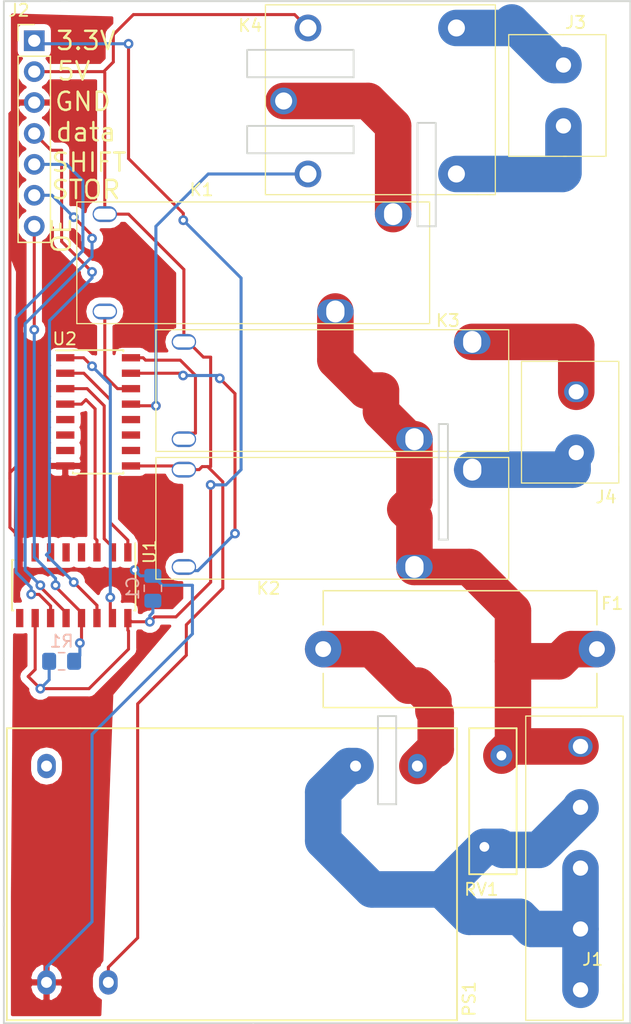
<source format=kicad_pcb>
(kicad_pcb (version 20171130) (host pcbnew 5.0.2+dfsg1-1~bpo9+1)

  (general
    (thickness 1.6)
    (drawings 27)
    (tracks 257)
    (zones 0)
    (modules 19)
    (nets 35)
  )

  (page A4)
  (layers
    (0 F.Cu signal)
    (31 B.Cu signal)
    (32 B.Adhes user)
    (33 F.Adhes user)
    (34 B.Paste user)
    (35 F.Paste user)
    (36 B.SilkS user)
    (37 F.SilkS user)
    (38 B.Mask user)
    (39 F.Mask user)
    (40 Dwgs.User user)
    (41 Cmts.User user)
    (42 Eco1.User user)
    (43 Eco2.User user)
    (44 Edge.Cuts user)
    (45 Margin user)
    (46 B.CrtYd user)
    (47 F.CrtYd user)
    (48 B.Fab user)
    (49 F.Fab user)
  )

  (setup
    (last_trace_width 0.25)
    (trace_clearance 0.2)
    (zone_clearance 0.508)
    (zone_45_only no)
    (trace_min 0.2)
    (segment_width 0.2)
    (edge_width 0.15)
    (via_size 0.8)
    (via_drill 0.4)
    (via_min_size 0.4)
    (via_min_drill 0.3)
    (uvia_size 0.3)
    (uvia_drill 0.1)
    (uvias_allowed no)
    (uvia_min_size 0.2)
    (uvia_min_drill 0.1)
    (pcb_text_width 0.3)
    (pcb_text_size 1.5 1.5)
    (mod_edge_width 0.15)
    (mod_text_size 1 1)
    (mod_text_width 0.15)
    (pad_size 1.524 1.524)
    (pad_drill 0.762)
    (pad_to_mask_clearance 0.051)
    (solder_mask_min_width 0.25)
    (aux_axis_origin 0 0)
    (visible_elements FFFFFF7F)
    (pcbplotparams
      (layerselection 0x010fc_ffffffff)
      (usegerberextensions false)
      (usegerberattributes false)
      (usegerberadvancedattributes false)
      (creategerberjobfile false)
      (excludeedgelayer true)
      (linewidth 0.100000)
      (plotframeref false)
      (viasonmask false)
      (mode 1)
      (useauxorigin false)
      (hpglpennumber 1)
      (hpglpenspeed 20)
      (hpglpendiameter 15.000000)
      (psnegative false)
      (psa4output false)
      (plotreference true)
      (plotvalue true)
      (plotinvisibletext false)
      (padsonsilk false)
      (subtractmaskfromsilk false)
      (outputformat 1)
      (mirror false)
      (drillshape 0)
      (scaleselection 1)
      (outputdirectory "../gerber/"))
  )

  (net 0 "")
  (net 1 L)
  (net 2 "Net-(J1-Pad1)")
  (net 3 "Net-(J3-Pad2)")
  (net 4 "Net-(J3-Pad1)")
  (net 5 "Net-(J4-Pad1)")
  (net 6 "Net-(J4-Pad2)")
  (net 7 +3V3)
  (net 8 "Net-(U1-Pad1)")
  (net 9 "Net-(U1-Pad9)")
  (net 10 "Net-(U1-Pad2)")
  (net 11 "Net-(J2-Pad6)")
  (net 12 "Net-(U1-Pad3)")
  (net 13 "Net-(J2-Pad5)")
  (net 14 "Net-(U1-Pad4)")
  (net 15 "Net-(J2-Pad7)")
  (net 16 "Net-(U1-Pad5)")
  (net 17 "Net-(U1-Pad6)")
  (net 18 "Net-(J2-Pad4)")
  (net 19 "Net-(U1-Pad7)")
  (net 20 "Net-(U1-Pad15)")
  (net 21 GND)
  (net 22 "Net-(K3-PadA2)")
  (net 23 "Net-(K2-PadA2)")
  (net 24 "Net-(U2-Pad7)")
  (net 25 "Net-(K1-PadA2)")
  (net 26 "Net-(U2-Pad6)")
  (net 27 "Net-(K4-PadA2)")
  (net 28 "Net-(U2-Pad5)")
  (net 29 "Net-(U2-Pad12)")
  (net 30 "Net-(U2-Pad11)")
  (net 31 "Net-(U2-Pad10)")
  (net 32 +5V)
  (net 33 "Net-(F1-Pad1)")
  (net 34 "Net-(K1-Pad14)")

  (net_class Default "This is the default net class."
    (clearance 0.2)
    (trace_width 0.25)
    (via_dia 0.8)
    (via_drill 0.4)
    (uvia_dia 0.3)
    (uvia_drill 0.1)
    (add_net +3V3)
    (add_net +5V)
    (add_net GND)
    (add_net L)
    (add_net "Net-(F1-Pad1)")
    (add_net "Net-(J1-Pad1)")
    (add_net "Net-(J2-Pad4)")
    (add_net "Net-(J2-Pad5)")
    (add_net "Net-(J2-Pad6)")
    (add_net "Net-(J2-Pad7)")
    (add_net "Net-(J3-Pad1)")
    (add_net "Net-(J3-Pad2)")
    (add_net "Net-(J4-Pad1)")
    (add_net "Net-(J4-Pad2)")
    (add_net "Net-(K1-Pad14)")
    (add_net "Net-(K1-PadA2)")
    (add_net "Net-(K2-PadA2)")
    (add_net "Net-(K3-PadA2)")
    (add_net "Net-(K4-PadA2)")
    (add_net "Net-(U1-Pad1)")
    (add_net "Net-(U1-Pad15)")
    (add_net "Net-(U1-Pad2)")
    (add_net "Net-(U1-Pad3)")
    (add_net "Net-(U1-Pad4)")
    (add_net "Net-(U1-Pad5)")
    (add_net "Net-(U1-Pad6)")
    (add_net "Net-(U1-Pad7)")
    (add_net "Net-(U1-Pad9)")
    (add_net "Net-(U2-Pad10)")
    (add_net "Net-(U2-Pad11)")
    (add_net "Net-(U2-Pad12)")
    (add_net "Net-(U2-Pad5)")
    (add_net "Net-(U2-Pad6)")
    (add_net "Net-(U2-Pad7)")
  )

  (net_class 220V ""
    (clearance 1.5)
    (trace_width 3)
    (via_dia 0.8)
    (via_drill 0.4)
    (uvia_dia 0.3)
    (uvia_drill 0.1)
  )

  (net_class default_ ""
    (clearance 0.2)
    (trace_width 0.25)
    (via_dia 0.8)
    (via_drill 0.4)
    (uvia_dia 0.3)
    (uvia_drill 0.1)
  )

  (module "finder-36:Finder 36.11.9" (layer F.Cu) (tedit 5C56EC92) (tstamp 5C6F8A20)
    (at 237.5 70.25)
    (path /5C4A1EBD)
    (fp_text reference K4 (at -6.75 -1.5) (layer F.SilkS)
      (effects (font (size 1 1) (thickness 0.15)))
    )
    (fp_text value FINDER-36.11 (at 4.75 -1) (layer F.Fab) hide
      (effects (font (size 1 1) (thickness 0.15)))
    )
    (fp_line (start -5.5 4) (end -5.5 -3) (layer F.SilkS) (width 0.1))
    (fp_line (start -5.5 12) (end -5.5 4) (layer F.SilkS) (width 0.1))
    (fp_line (start -5.5 -3.2) (end -5.5 -3) (layer F.SilkS) (width 0.1))
    (fp_line (start 13 12.4) (end 11.9 12.4) (layer F.SilkS) (width 0.1))
    (fp_line (start -5.5 -3.2) (end 13 -3.2) (layer F.SilkS) (width 0.1))
    (fp_line (start -5.5 12) (end -5.5 12.4) (layer F.SilkS) (width 0.1))
    (fp_line (start 12 12.4) (end -5.5 12.4) (layer F.SilkS) (width 0.1))
    (fp_line (start 13.2 12.4) (end 12.9 12.4) (layer F.SilkS) (width 0.1))
    (fp_line (start 13 -3.2) (end 13.2 -3.2) (layer F.SilkS) (width 0.1))
    (fp_line (start 13.4 12.4) (end 13.2 12.4) (layer F.SilkS) (width 0.1))
    (fp_line (start 13.4 -3.2) (end 13.4 12.4) (layer F.SilkS) (width 0.1))
    (fp_line (start 13.2 -3.2) (end 13.4 -3.2) (layer F.SilkS) (width 0.1))
    (pad 14 thru_hole circle (at 10.2 -1.3) (size 2.2 2.2) (drill 1.4) (layers *.Cu *.Mask)
      (net 3 "Net-(J3-Pad2)"))
    (pad A1 thru_hole circle (at -2 -1.3) (size 2.2 2.2) (drill 1.4) (layers *.Cu *.Mask)
      (net 32 +5V))
    (pad A2 thru_hole circle (at -2 10.7) (size 2.2 2.2) (drill 1.4) (layers *.Cu *.Mask)
      (net 27 "Net-(K4-PadA2)"))
    (pad 11 thru_hole circle (at -4 4.7) (size 2.2 2.2) (drill 1.4) (layers *.Cu *.Mask)
      (net 34 "Net-(K1-Pad14)"))
    (pad 12 thru_hole circle (at 10.2 10.7) (size 2.2 2.2) (drill 1.4) (layers *.Cu *.Mask)
      (net 4 "Net-(J3-Pad1)"))
  )

  (module MountingHole:MountingHole_3.2mm_M3 (layer F.Cu) (tedit 5C56E00F) (tstamp 5C84337D)
    (at 227 75)
    (descr "Mounting Hole 3.2mm, no annular, M3")
    (tags "mounting hole 3.2mm no annular m3")
    (attr virtual)
    (fp_text reference REF** (at 0 -4.2) (layer F.SilkS) hide
      (effects (font (size 1 1) (thickness 0.15)))
    )
    (fp_text value MountingHole_3.2mm_M3 (at 0 4.2) (layer F.Fab) hide
      (effects (font (size 1 1) (thickness 0.15)))
    )
    (fp_text user %R (at 0.3 0) (layer F.Fab)
      (effects (font (size 1 1) (thickness 0.15)))
    )
    (fp_circle (center 0 0) (end 3.2 0) (layer Cmts.User) (width 0.15))
    (fp_circle (center 0 0) (end 3.45 0) (layer F.CrtYd) (width 0.05))
    (pad 1 np_thru_hole circle (at 0 0) (size 3.2 3.2) (drill 3.2) (layers *.Cu *.Mask))
  )

  (module MountingHole:MountingHole_3.2mm_M3 (layer F.Cu) (tedit 5C56E00F) (tstamp 5C842F0B)
    (at 230 121)
    (descr "Mounting Hole 3.2mm, no annular, M3")
    (tags "mounting hole 3.2mm no annular m3")
    (attr virtual)
    (fp_text reference REF** (at 0 -4.2) (layer F.SilkS) hide
      (effects (font (size 1 1) (thickness 0.15)))
    )
    (fp_text value MountingHole_3.2mm_M3 (at 0 4.2) (layer F.Fab) hide
      (effects (font (size 1 1) (thickness 0.15)))
    )
    (fp_circle (center 0 0) (end 3.45 0) (layer F.CrtYd) (width 0.05))
    (fp_circle (center 0 0) (end 3.2 0) (layer Cmts.User) (width 0.15))
    (fp_text user %R (at 0.3 0) (layer F.Fab)
      (effects (font (size 1 1) (thickness 0.15)))
    )
    (pad 1 np_thru_hole circle (at 0 0) (size 3.2 3.2) (drill 3.2) (layers *.Cu *.Mask))
  )

  (module MountingHole:MountingHole_3.2mm_M3 (layer F.Cu) (tedit 5C56E00F) (tstamp 5C842E01)
    (at 257 111)
    (descr "Mounting Hole 3.2mm, no annular, M3")
    (tags "mounting hole 3.2mm no annular m3")
    (attr virtual)
    (fp_text reference REF** (at 0 -4.2) (layer F.SilkS) hide
      (effects (font (size 1 1) (thickness 0.15)))
    )
    (fp_text value MountingHole_3.2mm_M3 (at 0 4.2) (layer F.Fab) hide
      (effects (font (size 1 1) (thickness 0.15)))
    )
    (fp_text user %R (at 0.3 0) (layer F.Fab)
      (effects (font (size 1 1) (thickness 0.15)))
    )
    (fp_circle (center 0 0) (end 3.2 0) (layer Cmts.User) (width 0.15))
    (fp_circle (center 0 0) (end 3.45 0) (layer F.CrtYd) (width 0.05))
    (pad 1 np_thru_hole circle (at 0 0) (size 3.2 3.2) (drill 3.2) (layers *.Cu *.Mask))
  )

  (module Capacitor_SMD:C_0805_2012Metric_Pad1.15x1.40mm_HandSolder (layer B.Cu) (tedit 5C56E415) (tstamp 5C84297E)
    (at 222.75 115 270)
    (descr "Capacitor SMD 0805 (2012 Metric), square (rectangular) end terminal, IPC_7351 nominal with elongated pad for handsoldering. (Body size source: https://docs.google.com/spreadsheets/d/1BsfQQcO9C6DZCsRaXUlFlo91Tg2WpOkGARC1WS5S8t0/edit?usp=sharing), generated with kicad-footprint-generator")
    (tags "capacitor handsolder")
    (path /5C56DF9A)
    (attr smd)
    (fp_text reference C1 (at 0 1.65 270) (layer B.SilkS)
      (effects (font (size 1 1) (thickness 0.15)) (justify mirror))
    )
    (fp_text value 100nf (at 0 -1.65 270) (layer B.Fab) hide
      (effects (font (size 1 1) (thickness 0.15)) (justify mirror))
    )
    (fp_line (start -1 -0.6) (end -1 0.6) (layer B.Fab) (width 0.1))
    (fp_line (start -1 0.6) (end 1 0.6) (layer B.Fab) (width 0.1))
    (fp_line (start 1 0.6) (end 1 -0.6) (layer B.Fab) (width 0.1))
    (fp_line (start 1 -0.6) (end -1 -0.6) (layer B.Fab) (width 0.1))
    (fp_line (start -0.261252 0.71) (end 0.261252 0.71) (layer B.SilkS) (width 0.12))
    (fp_line (start -0.261252 -0.71) (end 0.261252 -0.71) (layer B.SilkS) (width 0.12))
    (fp_line (start -1.85 -0.95) (end -1.85 0.95) (layer B.CrtYd) (width 0.05))
    (fp_line (start -1.85 0.95) (end 1.85 0.95) (layer B.CrtYd) (width 0.05))
    (fp_line (start 1.85 0.95) (end 1.85 -0.95) (layer B.CrtYd) (width 0.05))
    (fp_line (start 1.85 -0.95) (end -1.85 -0.95) (layer B.CrtYd) (width 0.05))
    (fp_text user %R (at 0 0 270) (layer B.Fab)
      (effects (font (size 0.5 0.5) (thickness 0.08)) (justify mirror))
    )
    (pad 1 smd roundrect (at -1.025 0 270) (size 1.15 1.4) (layers B.Cu B.Paste B.Mask) (roundrect_rratio 0.217391)
      (net 21 GND))
    (pad 2 smd roundrect (at 1.025 0 270) (size 1.15 1.4) (layers B.Cu B.Paste B.Mask) (roundrect_rratio 0.217391)
      (net 7 +3V3))
    (model ${KISYS3DMOD}/Capacitor_SMD.3dshapes/C_0805_2012Metric.wrl
      (at (xyz 0 0 0))
      (scale (xyz 1 1 1))
      (rotate (xyz 0 0 0))
    )
  )

  (module irm03:IRM-03-5 (layer F.Cu) (tedit 5C56DA71) (tstamp 5C78D7E0)
    (at 247.75 150.5 180)
    (path /5C4BD8D8)
    (fp_text reference PS1 (at -1 1.75 270) (layer F.SilkS)
      (effects (font (size 1 1) (thickness 0.15)))
    )
    (fp_text value IRM-03-5S (at 12 6 180) (layer F.Fab)
      (effects (font (size 1 1) (thickness 0.15)))
    )
    (fp_line (start 0 24) (end 0 0) (layer F.SilkS) (width 0.15))
    (fp_line (start 31 24) (end 0 24) (layer F.SilkS) (width 0.15))
    (fp_line (start 37 24) (end 31 24) (layer F.SilkS) (width 0.15))
    (fp_line (start 37 0) (end 37 24) (layer F.SilkS) (width 0.15))
    (fp_line (start 0 0) (end 37 0) (layer F.SilkS) (width 0.15))
    (pad 16 thru_hole oval (at 28.66 3.11 180) (size 1.524 2) (drill 0.9) (layers *.Cu *.Mask)
      (net 32 +5V))
    (pad 14 thru_hole oval (at 33.74 3.11 180) (size 1.524 2) (drill 0.9) (layers *.Cu *.Mask)
      (net 21 GND))
    (pad NC thru_hole oval (at 33.74 20.89 180) (size 1.524 2) (drill 0.9) (layers *.Cu *.Mask))
    (pad 3 thru_hole oval (at 8.34 20.89 180) (size 1.524 2) (drill 0.9) (layers *.Cu *.Mask)
      (net 2 "Net-(J1-Pad1)"))
    (pad 1 thru_hole oval (at 3.26 20.89 180) (size 1.524 2) (drill 0.9) (layers *.Cu *.Mask)
      (net 33 "Net-(F1-Pad1)"))
  )

  (module Connector_PinHeader_2.54mm:PinHeader_1x07_P2.54mm_Vertical (layer F.Cu) (tedit 59FED5CC) (tstamp 5C78CDD1)
    (at 213 70)
    (descr "Through hole straight pin header, 1x07, 2.54mm pitch, single row")
    (tags "Through hole pin header THT 1x07 2.54mm single row")
    (path /5C540D70)
    (fp_text reference J2 (at -1.25 -2.5) (layer F.SilkS)
      (effects (font (size 1 1) (thickness 0.15)))
    )
    (fp_text value UPLINK (at 0 17.57) (layer F.Fab)
      (effects (font (size 1 1) (thickness 0.15)))
    )
    (fp_text user %R (at 0 7.62 90) (layer F.Fab)
      (effects (font (size 1 1) (thickness 0.15)))
    )
    (fp_line (start 1.8 -1.8) (end -1.8 -1.8) (layer F.CrtYd) (width 0.05))
    (fp_line (start 1.8 17.05) (end 1.8 -1.8) (layer F.CrtYd) (width 0.05))
    (fp_line (start -1.8 17.05) (end 1.8 17.05) (layer F.CrtYd) (width 0.05))
    (fp_line (start -1.8 -1.8) (end -1.8 17.05) (layer F.CrtYd) (width 0.05))
    (fp_line (start -1.33 -1.33) (end 0 -1.33) (layer F.SilkS) (width 0.12))
    (fp_line (start -1.33 0) (end -1.33 -1.33) (layer F.SilkS) (width 0.12))
    (fp_line (start -1.33 1.27) (end 1.33 1.27) (layer F.SilkS) (width 0.12))
    (fp_line (start 1.33 1.27) (end 1.33 16.57) (layer F.SilkS) (width 0.12))
    (fp_line (start -1.33 1.27) (end -1.33 16.57) (layer F.SilkS) (width 0.12))
    (fp_line (start -1.33 16.57) (end 1.33 16.57) (layer F.SilkS) (width 0.12))
    (fp_line (start -1.27 -0.635) (end -0.635 -1.27) (layer F.Fab) (width 0.1))
    (fp_line (start -1.27 16.51) (end -1.27 -0.635) (layer F.Fab) (width 0.1))
    (fp_line (start 1.27 16.51) (end -1.27 16.51) (layer F.Fab) (width 0.1))
    (fp_line (start 1.27 -1.27) (end 1.27 16.51) (layer F.Fab) (width 0.1))
    (fp_line (start -0.635 -1.27) (end 1.27 -1.27) (layer F.Fab) (width 0.1))
    (pad 7 thru_hole oval (at 0 15.24) (size 1.7 1.7) (drill 1) (layers *.Cu *.Mask)
      (net 15 "Net-(J2-Pad7)"))
    (pad 6 thru_hole oval (at 0 12.7) (size 1.7 1.7) (drill 1) (layers *.Cu *.Mask)
      (net 11 "Net-(J2-Pad6)"))
    (pad 5 thru_hole oval (at 0 10.16) (size 1.7 1.7) (drill 1) (layers *.Cu *.Mask)
      (net 13 "Net-(J2-Pad5)"))
    (pad 4 thru_hole oval (at 0 7.62) (size 1.7 1.7) (drill 1) (layers *.Cu *.Mask)
      (net 18 "Net-(J2-Pad4)"))
    (pad 3 thru_hole oval (at 0 5.08) (size 1.7 1.7) (drill 1) (layers *.Cu *.Mask)
      (net 21 GND))
    (pad 2 thru_hole oval (at 0 2.54) (size 1.7 1.7) (drill 1) (layers *.Cu *.Mask)
      (net 32 +5V))
    (pad 1 thru_hole rect (at 0 0) (size 1.7 1.7) (drill 1) (layers *.Cu *.Mask)
      (net 7 +3V3))
    (model ${KISYS3DMOD}/Connector_PinHeader_2.54mm.3dshapes/PinHeader_1x07_P2.54mm_Vertical.wrl
      (at (xyz 0 0 0))
      (scale (xyz 1 1 1))
      (rotate (xyz 0 0 0))
    )
  )

  (module Package_SO:SOIC-16_3.9x9.9mm_P1.27mm (layer F.Cu) (tedit 5A02F2D3) (tstamp 5C78C392)
    (at 218.25 100.5)
    (descr "16-Lead Plastic Small Outline (SL) - Narrow, 3.90 mm Body [SOIC] (see Microchip Packaging Specification 00000049BS.pdf)")
    (tags "SOIC 1.27")
    (path /5C4A16CD)
    (attr smd)
    (fp_text reference U2 (at -2.75 -6) (layer F.SilkS)
      (effects (font (size 1 1) (thickness 0.15)))
    )
    (fp_text value ULN2003A (at 0 6) (layer F.Fab)
      (effects (font (size 1 1) (thickness 0.15)))
    )
    (fp_line (start -2.075 -5.05) (end -3.45 -5.05) (layer F.SilkS) (width 0.15))
    (fp_line (start -2.075 5.075) (end 2.075 5.075) (layer F.SilkS) (width 0.15))
    (fp_line (start -2.075 -5.075) (end 2.075 -5.075) (layer F.SilkS) (width 0.15))
    (fp_line (start -2.075 5.075) (end -2.075 4.97) (layer F.SilkS) (width 0.15))
    (fp_line (start 2.075 5.075) (end 2.075 4.97) (layer F.SilkS) (width 0.15))
    (fp_line (start 2.075 -5.075) (end 2.075 -4.97) (layer F.SilkS) (width 0.15))
    (fp_line (start -2.075 -5.075) (end -2.075 -5.05) (layer F.SilkS) (width 0.15))
    (fp_line (start -3.7 5.25) (end 3.7 5.25) (layer F.CrtYd) (width 0.05))
    (fp_line (start -3.7 -5.25) (end 3.7 -5.25) (layer F.CrtYd) (width 0.05))
    (fp_line (start 3.7 -5.25) (end 3.7 5.25) (layer F.CrtYd) (width 0.05))
    (fp_line (start -3.7 -5.25) (end -3.7 5.25) (layer F.CrtYd) (width 0.05))
    (fp_line (start -1.95 -3.95) (end -0.95 -4.95) (layer F.Fab) (width 0.15))
    (fp_line (start -1.95 4.95) (end -1.95 -3.95) (layer F.Fab) (width 0.15))
    (fp_line (start 1.95 4.95) (end -1.95 4.95) (layer F.Fab) (width 0.15))
    (fp_line (start 1.95 -4.95) (end 1.95 4.95) (layer F.Fab) (width 0.15))
    (fp_line (start -0.95 -4.95) (end 1.95 -4.95) (layer F.Fab) (width 0.15))
    (fp_text user %R (at 0 0) (layer F.Fab)
      (effects (font (size 0.9 0.9) (thickness 0.135)))
    )
    (pad 16 smd rect (at 2.7 -4.445) (size 1.5 0.6) (layers F.Cu F.Paste F.Mask)
      (net 22 "Net-(K3-PadA2)"))
    (pad 15 smd rect (at 2.7 -3.175) (size 1.5 0.6) (layers F.Cu F.Paste F.Mask)
      (net 23 "Net-(K2-PadA2)"))
    (pad 14 smd rect (at 2.7 -1.905) (size 1.5 0.6) (layers F.Cu F.Paste F.Mask)
      (net 25 "Net-(K1-PadA2)"))
    (pad 13 smd rect (at 2.7 -0.635) (size 1.5 0.6) (layers F.Cu F.Paste F.Mask)
      (net 27 "Net-(K4-PadA2)"))
    (pad 12 smd rect (at 2.7 0.635) (size 1.5 0.6) (layers F.Cu F.Paste F.Mask)
      (net 29 "Net-(U2-Pad12)"))
    (pad 11 smd rect (at 2.7 1.905) (size 1.5 0.6) (layers F.Cu F.Paste F.Mask)
      (net 30 "Net-(U2-Pad11)"))
    (pad 10 smd rect (at 2.7 3.175) (size 1.5 0.6) (layers F.Cu F.Paste F.Mask)
      (net 31 "Net-(U2-Pad10)"))
    (pad 9 smd rect (at 2.7 4.445) (size 1.5 0.6) (layers F.Cu F.Paste F.Mask)
      (net 32 +5V))
    (pad 8 smd rect (at -2.7 4.445) (size 1.5 0.6) (layers F.Cu F.Paste F.Mask)
      (net 21 GND))
    (pad 7 smd rect (at -2.7 3.175) (size 1.5 0.6) (layers F.Cu F.Paste F.Mask)
      (net 24 "Net-(U2-Pad7)"))
    (pad 6 smd rect (at -2.7 1.905) (size 1.5 0.6) (layers F.Cu F.Paste F.Mask)
      (net 26 "Net-(U2-Pad6)"))
    (pad 5 smd rect (at -2.7 0.635) (size 1.5 0.6) (layers F.Cu F.Paste F.Mask)
      (net 28 "Net-(U2-Pad5)"))
    (pad 4 smd rect (at -2.7 -0.635) (size 1.5 0.6) (layers F.Cu F.Paste F.Mask)
      (net 12 "Net-(U1-Pad3)"))
    (pad 3 smd rect (at -2.7 -1.905) (size 1.5 0.6) (layers F.Cu F.Paste F.Mask)
      (net 10 "Net-(U1-Pad2)"))
    (pad 2 smd rect (at -2.7 -3.175) (size 1.5 0.6) (layers F.Cu F.Paste F.Mask)
      (net 8 "Net-(U1-Pad1)"))
    (pad 1 smd rect (at -2.7 -4.445) (size 1.5 0.6) (layers F.Cu F.Paste F.Mask)
      (net 20 "Net-(U1-Pad15)"))
    (model ${KISYS3DMOD}/Package_SO.3dshapes/SOIC-16_3.9x9.9mm_P1.27mm.wrl
      (at (xyz 0 0 0))
      (scale (xyz 1 1 1))
      (rotate (xyz 0 0 0))
    )
  )

  (module Package_SO:SOIC-16_3.9x9.9mm_P1.27mm (layer F.Cu) (tedit 5C56E78F) (tstamp 5C78C36E)
    (at 216.25 114.75 270)
    (descr "16-Lead Plastic Small Outline (SL) - Narrow, 3.90 mm Body [SOIC] (see Microchip Packaging Specification 00000049BS.pdf)")
    (tags "SOIC 1.27")
    (path /5C4A5381)
    (attr smd)
    (fp_text reference U1 (at -2.75 -6.25 270) (layer F.SilkS)
      (effects (font (size 1 1) (thickness 0.15)))
    )
    (fp_text value 74HC595 (at 0 6 270) (layer F.Fab) hide
      (effects (font (size 1 1) (thickness 0.15)))
    )
    (fp_line (start -2.075 -5.05) (end -3.45 -5.05) (layer F.SilkS) (width 0.15))
    (fp_line (start -2.075 5.075) (end 2.075 5.075) (layer F.SilkS) (width 0.15))
    (fp_line (start -2.075 -5.075) (end 2.075 -5.075) (layer F.SilkS) (width 0.15))
    (fp_line (start -2.075 5.075) (end -2.075 4.97) (layer F.SilkS) (width 0.15))
    (fp_line (start 2.075 5.075) (end 2.075 4.97) (layer F.SilkS) (width 0.15))
    (fp_line (start 2.075 -5.075) (end 2.075 -4.97) (layer F.SilkS) (width 0.15))
    (fp_line (start -2.075 -5.075) (end -2.075 -5.05) (layer F.SilkS) (width 0.15))
    (fp_line (start -3.7 5.25) (end 3.7 5.25) (layer F.CrtYd) (width 0.05))
    (fp_line (start -3.7 -5.25) (end 3.7 -5.25) (layer F.CrtYd) (width 0.05))
    (fp_line (start 3.7 -5.25) (end 3.7 5.25) (layer F.CrtYd) (width 0.05))
    (fp_line (start -3.7 -5.25) (end -3.7 5.25) (layer F.CrtYd) (width 0.05))
    (fp_line (start -1.95 -3.95) (end -0.95 -4.95) (layer F.Fab) (width 0.15))
    (fp_line (start -1.95 4.95) (end -1.95 -3.95) (layer F.Fab) (width 0.15))
    (fp_line (start 1.95 4.95) (end -1.95 4.95) (layer F.Fab) (width 0.15))
    (fp_line (start 1.95 -4.95) (end 1.95 4.95) (layer F.Fab) (width 0.15))
    (fp_line (start -0.95 -4.95) (end 1.95 -4.95) (layer F.Fab) (width 0.15))
    (fp_text user %R (at 0 0 270) (layer F.Fab)
      (effects (font (size 0.9 0.9) (thickness 0.135)))
    )
    (pad 16 smd rect (at 2.7 -4.445 270) (size 1.5 0.6) (layers F.Cu F.Paste F.Mask)
      (net 7 +3V3))
    (pad 15 smd rect (at 2.7 -3.175 270) (size 1.5 0.6) (layers F.Cu F.Paste F.Mask)
      (net 20 "Net-(U1-Pad15)"))
    (pad 14 smd rect (at 2.7 -1.905 270) (size 1.5 0.6) (layers F.Cu F.Paste F.Mask)
      (net 18 "Net-(J2-Pad4)"))
    (pad 13 smd rect (at 2.7 -0.635 270) (size 1.5 0.6) (layers F.Cu F.Paste F.Mask)
      (net 15 "Net-(J2-Pad7)"))
    (pad 12 smd rect (at 2.7 0.635 270) (size 1.5 0.6) (layers F.Cu F.Paste F.Mask)
      (net 11 "Net-(J2-Pad6)"))
    (pad 11 smd rect (at 2.7 1.905 270) (size 1.5 0.6) (layers F.Cu F.Paste F.Mask)
      (net 13 "Net-(J2-Pad5)"))
    (pad 10 smd rect (at 2.7 3.175 270) (size 1.5 0.6) (layers F.Cu F.Paste F.Mask)
      (net 7 +3V3))
    (pad 9 smd rect (at 2.7 4.445 270) (size 1.5 0.6) (layers F.Cu F.Paste F.Mask)
      (net 9 "Net-(U1-Pad9)"))
    (pad 8 smd rect (at -2.7 4.445 270) (size 1.5 0.6) (layers F.Cu F.Paste F.Mask)
      (net 21 GND))
    (pad 7 smd rect (at -2.7 3.175 270) (size 1.5 0.6) (layers F.Cu F.Paste F.Mask)
      (net 19 "Net-(U1-Pad7)"))
    (pad 6 smd rect (at -2.7 1.905 270) (size 1.5 0.6) (layers F.Cu F.Paste F.Mask)
      (net 17 "Net-(U1-Pad6)"))
    (pad 5 smd rect (at -2.7 0.635 270) (size 1.5 0.6) (layers F.Cu F.Paste F.Mask)
      (net 16 "Net-(U1-Pad5)"))
    (pad 4 smd rect (at -2.7 -0.635 270) (size 1.5 0.6) (layers F.Cu F.Paste F.Mask)
      (net 14 "Net-(U1-Pad4)"))
    (pad 3 smd rect (at -2.7 -1.905 270) (size 1.5 0.6) (layers F.Cu F.Paste F.Mask)
      (net 12 "Net-(U1-Pad3)"))
    (pad 2 smd rect (at -2.7 -3.175 270) (size 1.5 0.6) (layers F.Cu F.Paste F.Mask)
      (net 10 "Net-(U1-Pad2)"))
    (pad 1 smd rect (at -2.7 -4.445 270) (size 1.5 0.6) (layers F.Cu F.Paste F.Mask)
      (net 8 "Net-(U1-Pad1)"))
    (model ${KISYS3DMOD}/Package_SO.3dshapes/SOIC-16_3.9x9.9mm_P1.27mm.wrl
      (at (xyz 0 0 0))
      (scale (xyz 1 1 1))
      (rotate (xyz 0 0 0))
    )
  )

  (module Resistor_SMD:R_0805_2012Metric_Pad1.15x1.40mm_HandSolder (layer B.Cu) (tedit 5C56E469) (tstamp 5C78C35E)
    (at 215.25 121 180)
    (descr "Resistor SMD 0805 (2012 Metric), square (rectangular) end terminal, IPC_7351 nominal with elongated pad for handsoldering. (Body size source: https://docs.google.com/spreadsheets/d/1BsfQQcO9C6DZCsRaXUlFlo91Tg2WpOkGARC1WS5S8t0/edit?usp=sharing), generated with kicad-footprint-generator")
    (tags "resistor handsolder")
    (path /5C4AE9C6)
    (attr smd)
    (fp_text reference R1 (at 0 1.65 180) (layer B.SilkS)
      (effects (font (size 1 1) (thickness 0.15)) (justify mirror))
    )
    (fp_text value 10k (at 0 -1.65 180) (layer B.Fab) hide
      (effects (font (size 1 1) (thickness 0.15)) (justify mirror))
    )
    (fp_text user %R (at 0 0 180) (layer B.Fab)
      (effects (font (size 0.5 0.5) (thickness 0.08)) (justify mirror))
    )
    (fp_line (start 1.85 -0.95) (end -1.85 -0.95) (layer B.CrtYd) (width 0.05))
    (fp_line (start 1.85 0.95) (end 1.85 -0.95) (layer B.CrtYd) (width 0.05))
    (fp_line (start -1.85 0.95) (end 1.85 0.95) (layer B.CrtYd) (width 0.05))
    (fp_line (start -1.85 -0.95) (end -1.85 0.95) (layer B.CrtYd) (width 0.05))
    (fp_line (start -0.261252 -0.71) (end 0.261252 -0.71) (layer B.SilkS) (width 0.12))
    (fp_line (start -0.261252 0.71) (end 0.261252 0.71) (layer B.SilkS) (width 0.12))
    (fp_line (start 1 -0.6) (end -1 -0.6) (layer B.Fab) (width 0.1))
    (fp_line (start 1 0.6) (end 1 -0.6) (layer B.Fab) (width 0.1))
    (fp_line (start -1 0.6) (end 1 0.6) (layer B.Fab) (width 0.1))
    (fp_line (start -1 -0.6) (end -1 0.6) (layer B.Fab) (width 0.1))
    (pad 2 smd roundrect (at 1.025 0 180) (size 1.15 1.4) (layers B.Cu B.Paste B.Mask) (roundrect_rratio 0.217391)
      (net 7 +3V3))
    (pad 1 smd roundrect (at -1.025 0 180) (size 1.15 1.4) (layers B.Cu B.Paste B.Mask) (roundrect_rratio 0.217391)
      (net 15 "Net-(J2-Pad7)"))
    (model ${KISYS3DMOD}/Resistor_SMD.3dshapes/R_0805_2012Metric.wrl
      (at (xyz 0 0 0))
      (scale (xyz 1 1 1))
      (rotate (xyz 0 0 0))
    )
  )

  (module Fuse:Fuseholder_Cylinder-5x20mm_Schurter_0031_8201_Horizontal_Open (layer F.Cu) (tedit 5C56DB1E) (tstamp 5C6F9787)
    (at 236.75 120)
    (descr http://www.schurter.com/var/schurter/storage/ilcatalogue/files/document/datasheet/en/pdf/typ_OGN.pdf)
    (tags "Fuseholder horizontal open 5x20 Schurter 0031.8201")
    (path /5C4A0D40)
    (fp_text reference F1 (at 23.75 -3.75) (layer F.SilkS)
      (effects (font (size 1 1) (thickness 0.15)))
    )
    (fp_text value Fuse (at 11.25 6) (layer F.Fab) hide
      (effects (font (size 1 1) (thickness 0.15)))
    )
    (fp_arc (start 0 0) (end -0.25 1.95) (angle 165.3) (layer F.CrtYd) (width 0.05))
    (fp_arc (start 22.5 0) (end 22.75 -1.95) (angle 165.3) (layer F.CrtYd) (width 0.05))
    (fp_line (start 0 4.8) (end 0 2) (layer F.SilkS) (width 0.12))
    (fp_line (start 22.75 1.95) (end 22.75 5.05) (layer F.CrtYd) (width 0.05))
    (fp_line (start 22.75 -1.95) (end 22.75 -5.05) (layer F.CrtYd) (width 0.05))
    (fp_line (start -0.25 -1.95) (end -0.25 -5.05) (layer F.CrtYd) (width 0.05))
    (fp_line (start 0 4.8) (end 22.5 4.8) (layer F.SilkS) (width 0.12))
    (fp_line (start -0.25 -5.05) (end 22.75 -5.05) (layer F.CrtYd) (width 0.05))
    (fp_line (start 22.75 5.05) (end -0.25 5.05) (layer F.CrtYd) (width 0.05))
    (fp_line (start 0 -4.8) (end 22.5 -4.8) (layer F.SilkS) (width 0.12))
    (fp_line (start 0 -2) (end 0 -4.8) (layer F.SilkS) (width 0.12))
    (fp_line (start 22.5 -2) (end 22.5 -4.8) (layer F.SilkS) (width 0.12))
    (fp_line (start 22.5 4.8) (end 22.5 2) (layer F.SilkS) (width 0.12))
    (fp_line (start -0.25 5.05) (end -0.25 1.95) (layer F.CrtYd) (width 0.05))
    (fp_line (start 22.4 -4.7) (end 0.1 -4.7) (layer F.Fab) (width 0.1))
    (fp_line (start 22.4 4.7) (end 22.4 -4.7) (layer F.Fab) (width 0.1))
    (fp_line (start 0.1 4.7) (end 22.4 4.7) (layer F.Fab) (width 0.1))
    (fp_line (start 0.1 -4.7) (end 0.1 4.7) (layer F.Fab) (width 0.1))
    (fp_text user %R (at 11.25 4) (layer F.Fab)
      (effects (font (size 1 1) (thickness 0.15)))
    )
    (pad "" np_thru_hole circle (at 11.25 0) (size 2.7 2.7) (drill 2.7) (layers *.Cu *.Mask))
    (pad 2 thru_hole circle (at 22.5 0) (size 3 3) (drill 1.3) (layers *.Cu *.Mask)
      (net 1 L))
    (pad 1 thru_hole circle (at 0 0) (size 3 3) (drill 1.3) (layers *.Cu *.Mask)
      (net 33 "Net-(F1-Pad1)"))
    (model ${KISYS3DMOD}/Fuse.3dshapes/Fuseholder_Cylinder-5x20mm_Schurter_0031_8201_Horizontal_Open.wrl
      (at (xyz 0 0 0))
      (scale (xyz 1 1 1))
      (rotate (xyz 0 0 0))
    )
  )

  (module js5mn-kt:js5mn-kt (layer F.Cu) (tedit 5BD46245) (tstamp 5C6F8A0B)
    (at 253 91.75)
    (path /5C4A0F53)
    (fp_text reference K3 (at -6 1.25) (layer F.SilkS)
      (effects (font (size 1 1) (thickness 0.15)))
    )
    (fp_text value JS5MN-KT (at -22.5 7) (layer F.Fab)
      (effects (font (size 1 1) (thickness 0.15)))
    )
    (fp_line (start -30 12) (end -30 10) (layer F.SilkS) (width 0.1))
    (fp_line (start -1 12) (end -30 12) (layer F.SilkS) (width 0.1))
    (fp_line (start -1 2) (end -1 12) (layer F.SilkS) (width 0.1))
    (fp_line (start -30 2) (end -1 2) (layer F.SilkS) (width 0.1))
    (fp_line (start -30 2) (end -30 10) (layer F.SilkS) (width 0.1))
    (pad 11 thru_hole oval (at -8.75 11) (size 3 2) (drill oval 1.5 1.8) (layers *.Cu *.Mask)
      (net 1 L))
    (pad A1 thru_hole oval (at -27.7 3) (size 2 1.3) (drill oval 1.8 0.9) (layers *.Cu *.Mask)
      (net 32 +5V))
    (pad A2 thru_hole oval (at -27.7 11) (size 2 1.3) (drill oval 1.8 0.9) (layers *.Cu *.Mask)
      (net 22 "Net-(K3-PadA2)"))
    (pad 14 thru_hole oval (at -4 3) (size 3 2) (drill oval 1.5 1.8) (layers *.Cu *.Mask)
      (net 6 "Net-(J4-Pad2)"))
  )

  (module js5mn-kt:js5mn-kt (layer F.Cu) (tedit 5BD46245) (tstamp 5C6F89FE)
    (at 253 102.25)
    (path /5C4A0FCB)
    (fp_text reference K2 (at -20.75 12.75 180) (layer F.SilkS)
      (effects (font (size 1 1) (thickness 0.15)))
    )
    (fp_text value JS5MN-KT (at -22.5 7) (layer F.Fab)
      (effects (font (size 1 1) (thickness 0.15)))
    )
    (fp_line (start -30 12) (end -30 10) (layer F.SilkS) (width 0.1))
    (fp_line (start -1 12) (end -30 12) (layer F.SilkS) (width 0.1))
    (fp_line (start -1 2) (end -1 12) (layer F.SilkS) (width 0.1))
    (fp_line (start -30 2) (end -1 2) (layer F.SilkS) (width 0.1))
    (fp_line (start -30 2) (end -30 10) (layer F.SilkS) (width 0.1))
    (pad 11 thru_hole oval (at -8.75 11) (size 3 2) (drill oval 1.5 1.8) (layers *.Cu *.Mask)
      (net 1 L))
    (pad A1 thru_hole oval (at -27.7 3) (size 2 1.3) (drill oval 1.8 0.9) (layers *.Cu *.Mask)
      (net 32 +5V))
    (pad A2 thru_hole oval (at -27.7 11) (size 2 1.3) (drill oval 1.8 0.9) (layers *.Cu *.Mask)
      (net 23 "Net-(K2-PadA2)"))
    (pad 14 thru_hole oval (at -4 3) (size 3 2) (drill oval 1.5 1.8) (layers *.Cu *.Mask)
      (net 5 "Net-(J4-Pad1)"))
  )

  (module js5mn-kt:js5mn-kt (layer F.Cu) (tedit 5BD46245) (tstamp 5C842E7A)
    (at 246.5 81.25)
    (path /5C4A1005)
    (fp_text reference K1 (at -19.75 1) (layer F.SilkS)
      (effects (font (size 1 1) (thickness 0.15)))
    )
    (fp_text value JS5MN-KT (at -22.5 7) (layer F.Fab)
      (effects (font (size 1 1) (thickness 0.15)))
    )
    (fp_line (start -30 12) (end -30 10) (layer F.SilkS) (width 0.1))
    (fp_line (start -1 12) (end -30 12) (layer F.SilkS) (width 0.1))
    (fp_line (start -1 2) (end -1 12) (layer F.SilkS) (width 0.1))
    (fp_line (start -30 2) (end -1 2) (layer F.SilkS) (width 0.1))
    (fp_line (start -30 2) (end -30 10) (layer F.SilkS) (width 0.1))
    (pad 11 thru_hole oval (at -8.75 11) (size 3 2) (drill oval 1.5 1.8) (layers *.Cu *.Mask)
      (net 1 L))
    (pad A1 thru_hole oval (at -27.7 3) (size 2 1.3) (drill oval 1.8 0.9) (layers *.Cu *.Mask)
      (net 32 +5V))
    (pad A2 thru_hole oval (at -27.7 11) (size 2 1.3) (drill oval 1.8 0.9) (layers *.Cu *.Mask)
      (net 25 "Net-(K1-PadA2)"))
    (pad 14 thru_hole oval (at -4 3) (size 3 2) (drill oval 1.5 1.8) (layers *.Cu *.Mask)
      (net 34 "Net-(K1-Pad14)"))
  )

  (module Varistor:RV_Disc_D12mm_W3.9mm_P7.5mm (layer F.Cu) (tedit 5A0F68DF) (tstamp 5C630DAD)
    (at 250 136.25 90)
    (descr "Varistor, diameter 12mm, width 3.9mm, pitch 7.5mm")
    (tags "varistor SIOV")
    (path /5C4A0C92)
    (fp_text reference RV1 (at -3.5 -0.25 180) (layer F.SilkS)
      (effects (font (size 1 1) (thickness 0.15)))
    )
    (fp_text value Varistor (at 3.75 -2.25 90) (layer F.Fab)
      (effects (font (size 1 1) (thickness 0.15)))
    )
    (fp_line (start -2.25 -1.25) (end -2.25 2.65) (layer F.Fab) (width 0.1))
    (fp_line (start 9.75 -1.25) (end 9.75 2.65) (layer F.Fab) (width 0.1))
    (fp_line (start -2.25 -1.25) (end 9.75 -1.25) (layer F.Fab) (width 0.1))
    (fp_line (start -2.25 2.65) (end 9.75 2.65) (layer F.Fab) (width 0.1))
    (fp_line (start -2.25 -1.25) (end -2.25 2.65) (layer F.SilkS) (width 0.15))
    (fp_line (start 9.75 -1.25) (end 9.75 2.65) (layer F.SilkS) (width 0.15))
    (fp_line (start -2.25 -1.25) (end 9.75 -1.25) (layer F.SilkS) (width 0.15))
    (fp_line (start -2.25 2.65) (end 9.75 2.65) (layer F.SilkS) (width 0.15))
    (fp_line (start -2.5 -1.5) (end -2.5 2.9) (layer F.CrtYd) (width 0.05))
    (fp_line (start 10 -1.5) (end 10 2.9) (layer F.CrtYd) (width 0.05))
    (fp_line (start -2.5 -1.5) (end 10 -1.5) (layer F.CrtYd) (width 0.05))
    (fp_line (start -2.5 2.9) (end 10 2.9) (layer F.CrtYd) (width 0.05))
    (fp_text user %R (at 3.75 0.7 90) (layer F.Fab)
      (effects (font (size 1 1) (thickness 0.15)))
    )
    (pad 2 thru_hole circle (at 7.5 1.4 90) (size 1.8 1.8) (drill 0.8) (layers *.Cu *.Mask)
      (net 1 L))
    (pad 1 thru_hole circle (at 0 0 90) (size 1.8 1.8) (drill 0.8) (layers *.Cu *.Mask)
      (net 2 "Net-(J1-Pad1)"))
    (model ${KISYS3DMOD}/Varistor.3dshapes/RV_Disc_D12mm_W3.9mm_P7.5mm.wrl
      (at (xyz 0 0 0))
      (scale (xyz 1 1 1))
      (rotate (xyz 0 0 0))
    )
  )

  (module terminal_blocks:RND_Schraubklemme_2pol (layer F.Cu) (tedit 5A88B786) (tstamp 5C630D9A)
    (at 257.55 103.85 90)
    (path /5C4A138D)
    (fp_text reference J4 (at -3.65 2.45 180) (layer F.SilkS)
      (effects (font (size 1 1) (thickness 0.15)))
    )
    (fp_text value L1/L2 (at 3 -6 90) (layer F.Fab)
      (effects (font (size 1 1) (thickness 0.15)))
    )
    (fp_line (start 0 3.5) (end 5 3.5) (layer F.SilkS) (width 0.1))
    (fp_line (start 5 1.5) (end 5 3) (layer F.CrtYd) (width 0.1))
    (fp_line (start 0 1.5) (end 0 3) (layer F.CrtYd) (width 0.1))
    (fp_line (start 5 -4) (end 5 -3) (layer F.CrtYd) (width 0.1))
    (fp_line (start 0 -4) (end 5 -4) (layer F.CrtYd) (width 0.1))
    (fp_line (start 0 -3) (end 0 -4) (layer F.CrtYd) (width 0.1))
    (fp_line (start 0 -3.5) (end 0 -3) (layer F.CrtYd) (width 0.1))
    (fp_line (start 5 -3.5) (end 0 -3.5) (layer F.CrtYd) (width 0.1))
    (fp_line (start 5 -3) (end 5 -3.5) (layer F.CrtYd) (width 0.1))
    (fp_line (start 0 -3) (end 5 -3) (layer F.CrtYd) (width 0.1))
    (fp_line (start -2.5 3.5) (end 0.5 3.5) (layer F.SilkS) (width 0.1))
    (fp_line (start -2.5 0) (end -2.5 3.5) (layer F.SilkS) (width 0.1))
    (fp_line (start 7.5 3.5) (end 5 3.5) (layer F.SilkS) (width 0.1))
    (fp_line (start 7.5 0) (end 7.5 3.5) (layer F.SilkS) (width 0.1))
    (fp_line (start 0.5 -4.5) (end 7.5 -4.5) (layer F.SilkS) (width 0.1))
    (fp_line (start 1 -4.5) (end -2.5 -4.5) (layer F.SilkS) (width 0.1))
    (fp_line (start 7.5 -4.5) (end 7.5 0) (layer F.SilkS) (width 0.1))
    (fp_line (start -2.5 -4.5) (end -2.5 0.25) (layer F.SilkS) (width 0.1))
    (pad 1 thru_hole oval (at 0 0 90) (size 1.7 2) (drill 1.25) (layers *.Cu *.Mask)
      (net 5 "Net-(J4-Pad1)"))
    (pad 2 thru_hole oval (at 5 0 90) (size 1.7 2) (drill 1.25) (layers *.Cu *.Mask)
      (net 6 "Net-(J4-Pad2)"))
  )

  (module terminal_blocks:RND_Schraubklemme_2pol (layer F.Cu) (tedit 5A88B786) (tstamp 5C630D82)
    (at 256.5 77 90)
    (path /5C4A1405)
    (fp_text reference J3 (at 8.5 1 180) (layer F.SilkS)
      (effects (font (size 1 1) (thickness 0.15)))
    )
    (fp_text value R1 (at 3 -6 90) (layer F.Fab)
      (effects (font (size 1 1) (thickness 0.15)))
    )
    (fp_line (start 0 3.5) (end 5 3.5) (layer F.SilkS) (width 0.1))
    (fp_line (start 5 1.5) (end 5 3) (layer F.CrtYd) (width 0.1))
    (fp_line (start 0 1.5) (end 0 3) (layer F.CrtYd) (width 0.1))
    (fp_line (start 5 -4) (end 5 -3) (layer F.CrtYd) (width 0.1))
    (fp_line (start 0 -4) (end 5 -4) (layer F.CrtYd) (width 0.1))
    (fp_line (start 0 -3) (end 0 -4) (layer F.CrtYd) (width 0.1))
    (fp_line (start 0 -3.5) (end 0 -3) (layer F.CrtYd) (width 0.1))
    (fp_line (start 5 -3.5) (end 0 -3.5) (layer F.CrtYd) (width 0.1))
    (fp_line (start 5 -3) (end 5 -3.5) (layer F.CrtYd) (width 0.1))
    (fp_line (start 0 -3) (end 5 -3) (layer F.CrtYd) (width 0.1))
    (fp_line (start -2.5 3.5) (end 0.5 3.5) (layer F.SilkS) (width 0.1))
    (fp_line (start -2.5 0) (end -2.5 3.5) (layer F.SilkS) (width 0.1))
    (fp_line (start 7.5 3.5) (end 5 3.5) (layer F.SilkS) (width 0.1))
    (fp_line (start 7.5 0) (end 7.5 3.5) (layer F.SilkS) (width 0.1))
    (fp_line (start 0.5 -4.5) (end 7.5 -4.5) (layer F.SilkS) (width 0.1))
    (fp_line (start 1 -4.5) (end -2.5 -4.5) (layer F.SilkS) (width 0.1))
    (fp_line (start 7.5 -4.5) (end 7.5 0) (layer F.SilkS) (width 0.1))
    (fp_line (start -2.5 -4.5) (end -2.5 0.25) (layer F.SilkS) (width 0.1))
    (pad 1 thru_hole oval (at 0 0 90) (size 1.7 2) (drill 1.25) (layers *.Cu *.Mask)
      (net 4 "Net-(J3-Pad1)"))
    (pad 2 thru_hole oval (at 5 0 90) (size 1.7 2) (drill 1.25) (layers *.Cu *.Mask)
      (net 3 "Net-(J3-Pad2)"))
  )

  (module terminal_blocks:RND_Schraubklemme_5pol (layer F.Cu) (tedit 5C56DB07) (tstamp 5C630D6A)
    (at 257.9 148 90)
    (path /5C4B1DD1)
    (fp_text reference J1 (at 2.5 1 180) (layer F.SilkS)
      (effects (font (size 1 1) (thickness 0.15)))
    )
    (fp_text value Screw_Terminal_01x05 (at 3 -6 90) (layer F.Fab) hide
      (effects (font (size 1 1) (thickness 0.15)))
    )
    (fp_line (start 0 3.5) (end 5 3.5) (layer F.SilkS) (width 0.1))
    (fp_line (start 5 1.5) (end 5 3) (layer F.CrtYd) (width 0.1))
    (fp_line (start 0 1.5) (end 0 3) (layer F.CrtYd) (width 0.1))
    (fp_line (start 5 -4) (end 5 -3) (layer F.CrtYd) (width 0.1))
    (fp_line (start 0 -4) (end 5 -4) (layer F.CrtYd) (width 0.1))
    (fp_line (start 0 -3) (end 0 -4) (layer F.CrtYd) (width 0.1))
    (fp_line (start 0 -3.5) (end 0 -3) (layer F.CrtYd) (width 0.1))
    (fp_line (start 5 -3.5) (end 0 -3.5) (layer F.CrtYd) (width 0.1))
    (fp_line (start 5 -3) (end 5 -3.5) (layer F.CrtYd) (width 0.1))
    (fp_line (start 0 -3) (end 5 -3) (layer F.CrtYd) (width 0.1))
    (fp_line (start -2.5 3.5) (end 0.5 3.5) (layer F.SilkS) (width 0.1))
    (fp_line (start -2.5 0) (end -2.5 3.5) (layer F.SilkS) (width 0.1))
    (fp_line (start 7.5 3.5) (end 5 3.5) (layer F.SilkS) (width 0.1))
    (fp_line (start 22.5 3.5) (end 22.5 0) (layer F.SilkS) (width 0.1))
    (fp_line (start 7.5 3.5) (end 22.5 3.5) (layer F.SilkS) (width 0.1))
    (fp_line (start 20 -4) (end 20 -3) (layer F.CrtYd) (width 0.1))
    (fp_line (start 5 -4) (end 20 -4) (layer F.CrtYd) (width 0.1))
    (fp_line (start 5 -3.5) (end 5 -4) (layer F.CrtYd) (width 0.1))
    (fp_line (start 4.5 -3.5) (end 5 -3.5) (layer F.CrtYd) (width 0.1))
    (fp_line (start 20 -3.5) (end 4.5 -3.5) (layer F.CrtYd) (width 0.1))
    (fp_line (start 20 -3) (end 20 -3.5) (layer F.CrtYd) (width 0.1))
    (fp_line (start 5 -3) (end 20 -3) (layer F.CrtYd) (width 0.1))
    (fp_line (start 10 -3) (end 10 -4) (layer F.CrtYd) (width 0.1))
    (fp_line (start 15 -3) (end 15 -4) (layer F.CrtYd) (width 0.1))
    (fp_line (start 10 1.5) (end 10 3) (layer F.CrtYd) (width 0.1))
    (fp_line (start 15 1.5) (end 15 3) (layer F.CrtYd) (width 0.1))
    (fp_line (start 20 1.5) (end 20 3) (layer F.CrtYd) (width 0.1))
    (fp_line (start 10 -4.5) (end 22.5 -4.5) (layer F.SilkS) (width 0.1))
    (fp_line (start 22.5 -4.5) (end 22.5 0) (layer F.SilkS) (width 0.1))
    (fp_line (start 10 -4.5) (end -2.5 -4.5) (layer F.SilkS) (width 0.1))
    (fp_line (start -2.5 -4.5) (end -2.5 0.5) (layer F.SilkS) (width 0.1))
    (pad 1 thru_hole oval (at 0 0 90) (size 1.7 2) (drill 1.25) (layers *.Cu *.Mask)
      (net 2 "Net-(J1-Pad1)"))
    (pad 2 thru_hole oval (at 5 0 90) (size 1.7 2) (drill 1.25) (layers *.Cu *.Mask)
      (net 2 "Net-(J1-Pad1)"))
    (pad 3 thru_hole oval (at 10 0 90) (size 1.7 2) (drill 1.25) (layers *.Cu *.Mask)
      (net 2 "Net-(J1-Pad1)"))
    (pad 4 thru_hole oval (at 15 0 90) (size 1.7 2) (drill 1.25) (layers *.Cu *.Mask)
      (net 2 "Net-(J1-Pad1)"))
    (pad 5 thru_hole oval (at 20 0 90) (size 1.7 2) (drill 1.25) (layers *.Cu *.Mask)
      (net 1 L))
  )

  (module MountingHole:MountingHole_3.2mm_M3 (layer F.Cu) (tedit 5C56E00F) (tstamp 5C842EF3)
    (at 257 88)
    (descr "Mounting Hole 3.2mm, no annular, M3")
    (tags "mounting hole 3.2mm no annular m3")
    (attr virtual)
    (fp_text reference REF** (at 0 -4.2) (layer F.SilkS) hide
      (effects (font (size 1 1) (thickness 0.15)))
    )
    (fp_text value MountingHole_3.2mm_M3 (at 0 4.2) (layer F.Fab) hide
      (effects (font (size 1 1) (thickness 0.15)))
    )
    (fp_circle (center 0 0) (end 3.45 0) (layer F.CrtYd) (width 0.05))
    (fp_circle (center 0 0) (end 3.2 0) (layer Cmts.User) (width 0.15))
    (fp_text user %R (at 0.3 0) (layer F.Fab)
      (effects (font (size 1 1) (thickness 0.15)))
    )
    (pad 1 np_thru_hole circle (at 0 0) (size 3.2 3.2) (drill 3.2) (layers *.Cu *.Mask))
  )

  (gr_poly (pts (xy 239.25 70.75) (xy 230.5 70.75) (xy 230.5 73) (xy 239.25 73)) (layer Edge.Cuts) (width 0.15) (tstamp 5C8435AB))
  (gr_poly (pts (xy 239.25 77) (xy 230.5 77) (xy 230.5 79.25) (xy 239.25 79.25)) (layer Edge.Cuts) (width 0.15))
  (gr_poly (pts (xy 244.5 85.25) (xy 244.5 76.75) (xy 246 76.75) (xy 246 85.25)) (layer Edge.Cuts) (width 0.15))
  (gr_poly (pts (xy 241.25 132.75) (xy 241.25 125.5) (xy 242.75 125.5) (xy 242.75 132.75)) (layer Edge.Cuts) (width 0.15))
  (gr_poly (pts (xy 247 101.5) (xy 246.25 101.5) (xy 246.25 111) (xy 247 111)) (layer Edge.Cuts) (width 0.15))
  (gr_text SHIFT (at 217.5 80) (layer F.SilkS) (tstamp 5C843242)
    (effects (font (size 1.5 1.5) (thickness 0.2)))
  )
  (gr_text STOR (at 217.25 82.25) (layer F.SilkS) (tstamp 5C843237)
    (effects (font (size 1.5 1.5) (thickness 0.2)))
  )
  (gr_text OE (at 215.25 86 90) (layer F.SilkS) (tstamp 5C84322B)
    (effects (font (size 1.5 1.5) (thickness 0.2)))
  )
  (gr_text data (at 217.25 77.5) (layer F.SilkS) (tstamp 5C84321D)
    (effects (font (size 1.5 1.5) (thickness 0.2)))
  )
  (gr_text GND (at 217 75) (layer F.SilkS) (tstamp 5C842F67)
    (effects (font (size 1.5 1.5) (thickness 0.2)))
  )
  (gr_text 5V (at 216.25 72.5) (layer F.SilkS) (tstamp 5C842F60)
    (effects (font (size 1.5 1.5) (thickness 0.2)))
  )
  (gr_text 3.3V (at 217.25 70) (layer F.SilkS)
    (effects (font (size 1.5 1.5) (thickness 0.2)))
  )
  (gr_line (start 210.5 66.75) (end 215.75 66.75) (layer Edge.Cuts) (width 0.15))
  (gr_line (start 210.5 69) (end 210.5 66.75) (layer Edge.Cuts) (width 0.15))
  (gr_line (start 210.5 74.25) (end 210.5 69) (layer Edge.Cuts) (width 0.15))
  (gr_line (start 210.5 80) (end 210.5 74.25) (layer Edge.Cuts) (width 0.15))
  (gr_line (start 210.5 86.75) (end 210.5 80) (layer Edge.Cuts) (width 0.15))
  (gr_line (start 210.5 120.75) (end 210.5 86.75) (layer Edge.Cuts) (width 0.15))
  (gr_line (start 210.5 136.5) (end 210.5 120.75) (layer Edge.Cuts) (width 0.15))
  (gr_line (start 210.5 142.75) (end 210.5 136.5) (layer Edge.Cuts) (width 0.15))
  (gr_line (start 210.5 150.75) (end 210.5 142.5) (layer Edge.Cuts) (width 0.15))
  (gr_line (start 249.75 66.75) (end 215.25 66.75) (layer Edge.Cuts) (width 0.15))
  (gr_line (start 249.75 66.75) (end 262 66.75) (layer Edge.Cuts) (width 0.15))
  (gr_line (start 231 150.75) (end 210.5 150.75) (layer Edge.Cuts) (width 0.15))
  (gr_line (start 262 150.75) (end 231 150.75) (layer Edge.Cuts) (width 0.15))
  (gr_line (start 262 150.75) (end 262 128.25) (layer Edge.Cuts) (width 0.15))
  (gr_line (start 262 129.5) (end 262 66.75) (layer Edge.Cuts) (width 0.15))

  (segment (start 252.15 128) (end 251.4 128.75) (width 3) (layer F.Cu) (net 1))
  (segment (start 257.9 128) (end 252.15 128) (width 3) (layer F.Cu) (net 1))
  (segment (start 248.75 113.25) (end 244.25 113.25) (width 3) (layer F.Cu) (net 1))
  (segment (start 252.350001 116.850001) (end 248.75 113.25) (width 3) (layer F.Cu) (net 1))
  (segment (start 251.4 128.75) (end 252.350001 127.799999) (width 3) (layer F.Cu) (net 1))
  (segment (start 257.12868 120) (end 256.12868 121) (width 3) (layer F.Cu) (net 1))
  (segment (start 256.12868 121) (end 252.350001 121) (width 3) (layer F.Cu) (net 1))
  (segment (start 259.25 120) (end 257.12868 120) (width 3) (layer F.Cu) (net 1))
  (segment (start 252.350001 127.799999) (end 252.350001 121) (width 3) (layer F.Cu) (net 1))
  (segment (start 252.350001 121) (end 252.350001 116.850001) (width 3) (layer F.Cu) (net 1))
  (segment (start 244.25 109.25) (end 243.5 108.5) (width 3) (layer F.Cu) (net 1))
  (segment (start 244.25 113.25) (end 244.25 109.25) (width 3) (layer F.Cu) (net 1))
  (segment (start 244.25 107.75) (end 244.25 102.75) (width 3) (layer F.Cu) (net 1))
  (segment (start 243.5 108.5) (end 244.25 107.75) (width 3) (layer F.Cu) (net 1))
  (segment (start 243.75 102.75) (end 241.5 100.5) (width 3) (layer F.Cu) (net 1))
  (segment (start 244.25 102.75) (end 243.75 102.75) (width 3) (layer F.Cu) (net 1))
  (segment (start 241.5 100.5) (end 241.5 98.75) (width 3) (layer F.Cu) (net 1))
  (segment (start 237.75 96.25) (end 237.75 92.25) (width 3) (layer F.Cu) (net 1))
  (segment (start 240.25 98.75) (end 237.75 96.25) (width 3) (layer F.Cu) (net 1))
  (segment (start 241.5 98.75) (end 240.25 98.75) (width 3) (layer F.Cu) (net 1))
  (segment (start 239.41 129.61) (end 238.89 129.61) (width 3) (layer B.Cu) (net 2))
  (segment (start 238.89 129.61) (end 236.75 131.75) (width 3) (layer B.Cu) (net 2))
  (segment (start 236.75 131.75) (end 236.75 135.75) (width 3) (layer B.Cu) (net 2))
  (segment (start 236.75 135.75) (end 240.75 139.75) (width 3) (layer B.Cu) (net 2))
  (segment (start 246.5 139.75) (end 250 136.25) (width 3) (layer B.Cu) (net 2))
  (segment (start 240.75 139.75) (end 246.5 139.75) (width 3) (layer B.Cu) (net 2))
  (segment (start 257.9 133.1) (end 257.9 133) (width 3) (layer B.Cu) (net 2))
  (segment (start 250 136.25) (end 251.272792 136.25) (width 3) (layer B.Cu) (net 2))
  (segment (start 254.5 136.5) (end 257.9 133.1) (width 3) (layer B.Cu) (net 2))
  (segment (start 251.272792 136.25) (end 251.522792 136.5) (width 3) (layer B.Cu) (net 2))
  (segment (start 251.522792 136.5) (end 254.5 136.5) (width 3) (layer B.Cu) (net 2))
  (segment (start 257.9 138) (end 257.9 143) (width 3) (layer B.Cu) (net 2))
  (segment (start 257.9 143) (end 257.9 148) (width 3) (layer B.Cu) (net 2))
  (segment (start 253.9 143) (end 252.9 142) (width 3) (layer B.Cu) (net 2))
  (segment (start 257.9 143) (end 253.9 143) (width 3) (layer B.Cu) (net 2))
  (segment (start 248.75 142) (end 246.5 139.75) (width 3) (layer B.Cu) (net 2))
  (segment (start 252.9 142) (end 248.75 142) (width 3) (layer B.Cu) (net 2))
  (segment (start 256.5 72) (end 255.75 72) (width 3) (layer B.Cu) (net 3))
  (segment (start 255.75 72) (end 252.25 68.5) (width 3) (layer B.Cu) (net 3))
  (segment (start 251.8 68.95) (end 247.7 68.95) (width 3) (layer B.Cu) (net 3))
  (segment (start 252.25 68.5) (end 251.8 68.95) (width 3) (layer B.Cu) (net 3))
  (segment (start 256.5 80.85) (end 256.5 77) (width 3) (layer B.Cu) (net 4))
  (segment (start 256.4 80.95) (end 256.5 80.85) (width 3) (layer B.Cu) (net 4))
  (segment (start 247.7 80.95) (end 256.4 80.95) (width 3) (layer B.Cu) (net 4))
  (segment (start 257.25 104.15) (end 257.55 103.85) (width 3) (layer B.Cu) (net 5))
  (segment (start 257.25 105.25) (end 257.25 104.15) (width 3) (layer B.Cu) (net 5))
  (segment (start 249 105.25) (end 257.25 105.25) (width 3) (layer B.Cu) (net 5))
  (segment (start 257.3 94.75) (end 257.55 95) (width 3) (layer F.Cu) (net 6))
  (segment (start 257.55 95) (end 257.55 98.85) (width 3) (layer F.Cu) (net 6))
  (segment (start 249 94.75) (end 257.3 94.75) (width 3) (layer F.Cu) (net 6))
  (segment (start 222.75 116.025) (end 222.75 117) (width 0.25) (layer B.Cu) (net 7))
  (via (at 222.5 117.75) (size 0.8) (drill 0.4) (layers F.Cu B.Cu) (net 7))
  (segment (start 222.5 117.25) (end 222.5 117.75) (width 0.25) (layer B.Cu) (net 7))
  (segment (start 222.75 117) (end 222.5 117.25) (width 0.25) (layer B.Cu) (net 7))
  (segment (start 220.995 117.75) (end 220.695 117.45) (width 0.25) (layer F.Cu) (net 7))
  (segment (start 222.5 117.75) (end 220.995 117.75) (width 0.25) (layer F.Cu) (net 7))
  (segment (start 220.695 118.45) (end 220.75 118.505) (width 0.25) (layer F.Cu) (net 7))
  (segment (start 220.695 117.45) (end 220.695 118.45) (width 0.25) (layer F.Cu) (net 7))
  (segment (start 220.75 118.505) (end 220.75 120) (width 0.25) (layer F.Cu) (net 7))
  (segment (start 220.75 120) (end 217.5 123.25) (width 0.25) (layer F.Cu) (net 7))
  (via (at 213.5 123.25) (size 0.8) (drill 0.4) (layers F.Cu B.Cu) (net 7))
  (segment (start 217.5 123.25) (end 213.5 123.25) (width 0.25) (layer F.Cu) (net 7))
  (segment (start 214.225 122.525) (end 214.225 121) (width 0.25) (layer B.Cu) (net 7))
  (segment (start 213.5 123.25) (end 214.225 122.525) (width 0.25) (layer B.Cu) (net 7))
  (segment (start 213.5 123.25) (end 212.5 122.25) (width 0.25) (layer F.Cu) (net 7))
  (segment (start 213.075 121.675) (end 213.075 117.45) (width 0.25) (layer F.Cu) (net 7))
  (segment (start 212.5 122.25) (end 213.075 121.675) (width 0.25) (layer F.Cu) (net 7))
  (segment (start 222.899999 117.350001) (end 224.649999 117.350001) (width 0.25) (layer F.Cu) (net 7))
  (segment (start 222.5 117.75) (end 222.899999 117.350001) (width 0.25) (layer F.Cu) (net 7))
  (via (at 227.5 106.5) (size 0.8) (drill 0.4) (layers F.Cu B.Cu) (net 7))
  (segment (start 227.5 114.5) (end 227.5 106.5) (width 0.25) (layer F.Cu) (net 7))
  (segment (start 224.649999 117.350001) (end 227.5 114.5) (width 0.25) (layer F.Cu) (net 7))
  (segment (start 227.5 106.5) (end 228.75 106.5) (width 0.25) (layer B.Cu) (net 7))
  (segment (start 228.75 106.5) (end 230 105.25) (width 0.25) (layer B.Cu) (net 7))
  (segment (start 230 89.5) (end 225.25 84.75) (width 0.25) (layer B.Cu) (net 7))
  (via (at 225.25 84.75) (size 0.8) (drill 0.4) (layers F.Cu B.Cu) (net 7))
  (segment (start 230 105.25) (end 230 89.5) (width 0.25) (layer B.Cu) (net 7))
  (segment (start 225.25 84.184315) (end 220.75 79.684315) (width 0.25) (layer F.Cu) (net 7))
  (segment (start 225.25 84.75) (end 225.25 84.184315) (width 0.25) (layer F.Cu) (net 7))
  (via (at 220.75 70.25) (size 0.8) (drill 0.4) (layers F.Cu B.Cu) (net 7))
  (segment (start 220.75 79.684315) (end 220.75 70.25) (width 0.25) (layer F.Cu) (net 7))
  (segment (start 213.25 70.25) (end 213 70) (width 0.25) (layer B.Cu) (net 7))
  (segment (start 220.75 70.25) (end 213.25 70.25) (width 0.25) (layer B.Cu) (net 7))
  (segment (start 220.695 111.05) (end 219.25 109.605) (width 0.25) (layer F.Cu) (net 8))
  (segment (start 220.695 112.05) (end 220.695 111.05) (width 0.25) (layer F.Cu) (net 8))
  (segment (start 219.25 109.605) (end 219.25 99.5) (width 0.25) (layer F.Cu) (net 8))
  (segment (start 217.075 97.325) (end 215.55 97.325) (width 0.25) (layer F.Cu) (net 8))
  (segment (start 219.25 99.5) (end 217.075 97.325) (width 0.25) (layer F.Cu) (net 8))
  (segment (start 219.425 112.05) (end 219.425 111.6) (width 0.25) (layer F.Cu) (net 10))
  (segment (start 217.345 98.595) (end 215.55 98.595) (width 0.25) (layer F.Cu) (net 10))
  (segment (start 218.75 110.925) (end 218.75 100) (width 0.25) (layer F.Cu) (net 10))
  (segment (start 218.75 100) (end 217.345 98.595) (width 0.25) (layer F.Cu) (net 10))
  (segment (start 219.425 111.6) (end 218.75 110.925) (width 0.25) (layer F.Cu) (net 10))
  (via (at 213.5 114.75) (size 0.8) (drill 0.4) (layers F.Cu B.Cu) (net 11))
  (segment (start 213.5 114.885) (end 213.5 114.75) (width 0.25) (layer F.Cu) (net 11))
  (segment (start 215.615 117) (end 213.5 114.885) (width 0.25) (layer F.Cu) (net 11))
  (segment (start 215.615 117.45) (end 215.615 117) (width 0.25) (layer F.Cu) (net 11))
  (segment (start 213.5 114.75) (end 212.25 113.5) (width 0.25) (layer B.Cu) (net 11))
  (segment (start 212.25 113.5) (end 212.25 108.75) (width 0.25) (layer B.Cu) (net 11))
  (segment (start 212.25 108.75) (end 212.25 93.25) (width 0.25) (layer B.Cu) (net 11))
  (segment (start 212.25 93.25) (end 213.25 92.25) (width 0.25) (layer B.Cu) (net 11))
  (segment (start 217.75 87.75) (end 217.75 86.25) (width 0.25) (layer B.Cu) (net 11))
  (via (at 217.75 86.25) (size 0.8) (drill 0.4) (layers F.Cu B.Cu) (net 11))
  (segment (start 213.25 92.25) (end 217.75 87.75) (width 0.25) (layer B.Cu) (net 11))
  (via (at 216.25 84.5) (size 0.8) (drill 0.4) (layers F.Cu B.Cu) (net 11))
  (segment (start 217.75 86) (end 216.25 84.5) (width 0.25) (layer F.Cu) (net 11))
  (segment (start 217.75 86.25) (end 217.75 86) (width 0.25) (layer F.Cu) (net 11))
  (segment (start 214.45 82.7) (end 213 82.7) (width 0.25) (layer B.Cu) (net 11))
  (segment (start 216.25 84.5) (end 214.45 82.7) (width 0.25) (layer B.Cu) (net 11))
  (segment (start 218.155 111.05) (end 218 110.895) (width 0.25) (layer F.Cu) (net 12))
  (segment (start 218.155 112.05) (end 218.155 111.05) (width 0.25) (layer F.Cu) (net 12))
  (segment (start 218 110.895) (end 218 100.25) (width 0.25) (layer F.Cu) (net 12))
  (segment (start 218 100.25) (end 217.25 99.5) (width 0.25) (layer F.Cu) (net 12))
  (segment (start 216.885 99.865) (end 215.55 99.865) (width 0.25) (layer F.Cu) (net 12))
  (segment (start 217.25 99.5) (end 216.885 99.865) (width 0.25) (layer F.Cu) (net 12))
  (segment (start 214.345 116.45) (end 213.395 115.5) (width 0.25) (layer F.Cu) (net 13))
  (segment (start 214.345 117.45) (end 214.345 116.45) (width 0.25) (layer F.Cu) (net 13))
  (via (at 212.75 115.5) (size 0.8) (drill 0.4) (layers F.Cu B.Cu) (net 13))
  (segment (start 213.395 115.5) (end 212.75 115.5) (width 0.25) (layer F.Cu) (net 13))
  (segment (start 212.75 114.934315) (end 211.5 113.684315) (width 0.25) (layer B.Cu) (net 13))
  (segment (start 212.75 115.5) (end 212.75 114.934315) (width 0.25) (layer B.Cu) (net 13))
  (segment (start 211.5 113.684315) (end 211.5 92.75) (width 0.25) (layer B.Cu) (net 13))
  (segment (start 211.5 92.75) (end 217 87.25) (width 0.25) (layer B.Cu) (net 13))
  (segment (start 217 87.25) (end 217 81.5) (width 0.25) (layer B.Cu) (net 13))
  (segment (start 215.66 80.16) (end 213 80.16) (width 0.25) (layer B.Cu) (net 13))
  (segment (start 217 81.5) (end 215.66 80.16) (width 0.25) (layer B.Cu) (net 13))
  (via (at 216.75 119.5) (size 0.8) (drill 0.4) (layers F.Cu B.Cu) (net 15))
  (segment (start 216.885 119.365) (end 216.75 119.5) (width 0.25) (layer F.Cu) (net 15))
  (segment (start 216.885 117.45) (end 216.885 119.365) (width 0.25) (layer F.Cu) (net 15))
  (segment (start 216.75 120.525) (end 216.275 121) (width 0.25) (layer B.Cu) (net 15))
  (segment (start 216.75 119.5) (end 216.75 120.525) (width 0.25) (layer B.Cu) (net 15))
  (via (at 214.75 114.75) (size 0.8) (drill 0.4) (layers F.Cu B.Cu) (net 15))
  (segment (start 214.75 114.865) (end 214.75 114.75) (width 0.25) (layer F.Cu) (net 15))
  (segment (start 216.885 117) (end 214.75 114.865) (width 0.25) (layer F.Cu) (net 15))
  (segment (start 216.885 117.45) (end 216.885 117) (width 0.25) (layer F.Cu) (net 15))
  (segment (start 214.75 114.184315) (end 213 112.434315) (width 0.25) (layer B.Cu) (net 15))
  (segment (start 214.75 114.75) (end 214.75 114.184315) (width 0.25) (layer B.Cu) (net 15))
  (segment (start 213 112.434315) (end 213 93.75) (width 0.25) (layer B.Cu) (net 15))
  (via (at 213 93.75) (size 0.8) (drill 0.4) (layers F.Cu B.Cu) (net 15))
  (segment (start 213 93.184315) (end 213 85.24) (width 0.25) (layer F.Cu) (net 15))
  (segment (start 213 93.75) (end 213 93.184315) (width 0.25) (layer F.Cu) (net 15))
  (via (at 216.25 114.5) (size 0.8) (drill 0.4) (layers F.Cu B.Cu) (net 18))
  (segment (start 218.155 116.405) (end 216.25 114.5) (width 0.25) (layer F.Cu) (net 18))
  (segment (start 218.155 117.45) (end 218.155 116.405) (width 0.25) (layer F.Cu) (net 18))
  (segment (start 216.25 114.5) (end 214 112.25) (width 0.25) (layer B.Cu) (net 18))
  (segment (start 214 112.25) (end 214.25 112) (width 0.25) (layer B.Cu) (net 18))
  (segment (start 214.25 112) (end 214.25 93) (width 0.25) (layer B.Cu) (net 18))
  (via (at 217.75 89) (size 0.8) (drill 0.4) (layers F.Cu B.Cu) (net 18))
  (segment (start 217.75 89.5) (end 217.75 89) (width 0.25) (layer B.Cu) (net 18))
  (segment (start 214.25 93) (end 217.75 89.5) (width 0.25) (layer B.Cu) (net 18))
  (segment (start 217.75 89) (end 215.25 86.5) (width 0.25) (layer F.Cu) (net 18))
  (segment (start 215.25 86.5) (end 215.25 79) (width 0.25) (layer F.Cu) (net 18))
  (segment (start 214.38 79) (end 213 77.62) (width 0.25) (layer F.Cu) (net 18))
  (segment (start 215.25 79) (end 214.38 79) (width 0.25) (layer F.Cu) (net 18))
  (via (at 217.75 96.75) (size 0.8) (drill 0.4) (layers F.Cu B.Cu) (net 20))
  (segment (start 217.055 96.055) (end 217.75 96.75) (width 0.25) (layer F.Cu) (net 20))
  (segment (start 215.55 96.055) (end 217.055 96.055) (width 0.25) (layer F.Cu) (net 20))
  (via (at 219.25 115.75) (size 0.8) (drill 0.4) (layers F.Cu B.Cu) (net 20))
  (segment (start 219.25 98.25) (end 219.25 115.75) (width 0.25) (layer B.Cu) (net 20))
  (segment (start 217.75 96.75) (end 219.25 98.25) (width 0.25) (layer B.Cu) (net 20))
  (segment (start 219.25 117.275) (end 219.425 117.45) (width 0.25) (layer F.Cu) (net 20))
  (segment (start 219.25 115.75) (end 219.25 117.275) (width 0.25) (layer F.Cu) (net 20))
  (segment (start 214.01 146.14) (end 214.01 147.39) (width 0.25) (layer B.Cu) (net 21))
  (segment (start 217.75 127) (end 217.75 142.4) (width 0.25) (layer B.Cu) (net 21))
  (segment (start 217.75 142.4) (end 214.01 146.14) (width 0.25) (layer B.Cu) (net 21))
  (segment (start 222.75 113.975) (end 223.525 114.75) (width 0.25) (layer B.Cu) (net 21))
  (segment (start 223.525 114.75) (end 226 114.75) (width 0.25) (layer B.Cu) (net 21))
  (segment (start 226 114.75) (end 226 118.75) (width 0.25) (layer B.Cu) (net 21))
  (segment (start 226 118.75) (end 217.75 127) (width 0.25) (layer B.Cu) (net 21))
  (segment (start 221.725 113.975) (end 221.25 113.5) (width 0.25) (layer B.Cu) (net 21))
  (via (at 221.25 113.5) (size 0.8) (drill 0.4) (layers F.Cu B.Cu) (net 21))
  (segment (start 222.75 113.975) (end 221.725 113.975) (width 0.25) (layer B.Cu) (net 21))
  (segment (start 221.25 113.5) (end 211.5 113.5) (width 0.25) (layer F.Cu) (net 21))
  (segment (start 211.805 113.195) (end 211.805 112.05) (width 0.25) (layer F.Cu) (net 21))
  (segment (start 211.5 113.5) (end 211.805 113.195) (width 0.25) (layer F.Cu) (net 21))
  (segment (start 211.805 110.805) (end 211.805 112.05) (width 0.25) (layer F.Cu) (net 21))
  (segment (start 211 110) (end 211.805 110.805) (width 0.25) (layer F.Cu) (net 21))
  (segment (start 214.495 105) (end 211.5 105) (width 0.25) (layer F.Cu) (net 21))
  (segment (start 214.55 104.945) (end 214.495 105) (width 0.25) (layer F.Cu) (net 21))
  (segment (start 215.55 104.945) (end 214.55 104.945) (width 0.25) (layer F.Cu) (net 21))
  (segment (start 211.5 105) (end 211 105.5) (width 0.25) (layer F.Cu) (net 21))
  (segment (start 211 106) (end 211 76) (width 0.25) (layer F.Cu) (net 21))
  (segment (start 211 105.5) (end 211 106) (width 0.25) (layer F.Cu) (net 21))
  (segment (start 211 106) (end 211 110) (width 0.25) (layer F.Cu) (net 21))
  (segment (start 211 76) (end 211.75 75.25) (width 0.25) (layer F.Cu) (net 21))
  (segment (start 211.797919 75.08) (end 213 75.08) (width 0.25) (layer F.Cu) (net 21))
  (segment (start 211.75 75.127919) (end 211.797919 75.08) (width 0.25) (layer F.Cu) (net 21))
  (segment (start 211.75 75.25) (end 211.75 75.127919) (width 0.25) (layer F.Cu) (net 21))
  (segment (start 226.25 102.25) (end 225.8 102.25) (width 0.25) (layer F.Cu) (net 22))
  (segment (start 220.95 96.055) (end 221.95 96.055) (width 0.25) (layer F.Cu) (net 22))
  (segment (start 226.25 97.5) (end 226.25 102.25) (width 0.25) (layer F.Cu) (net 22))
  (segment (start 221.95 96.055) (end 222.145 96.25) (width 0.25) (layer F.Cu) (net 22))
  (segment (start 222.145 96.25) (end 225 96.25) (width 0.25) (layer F.Cu) (net 22))
  (segment (start 225.8 102.25) (end 225.3 102.75) (width 0.25) (layer F.Cu) (net 22))
  (segment (start 225 96.25) (end 226.25 97.5) (width 0.25) (layer F.Cu) (net 22))
  (via (at 225.237347 97.512653) (size 0.8) (drill 0.4) (layers F.Cu B.Cu) (net 23))
  (segment (start 225.049694 97.325) (end 225.237347 97.512653) (width 0.25) (layer F.Cu) (net 23))
  (segment (start 220.95 97.325) (end 225.049694 97.325) (width 0.25) (layer F.Cu) (net 23))
  (via (at 228.25 97.75) (size 0.8) (drill 0.4) (layers F.Cu B.Cu) (net 23))
  (segment (start 228.012653 97.512653) (end 228.25 97.75) (width 0.25) (layer B.Cu) (net 23))
  (segment (start 225.237347 97.512653) (end 228.012653 97.512653) (width 0.25) (layer B.Cu) (net 23))
  (segment (start 229.5 99) (end 229.5 110.5) (width 0.25) (layer F.Cu) (net 23))
  (via (at 229.5 110.5) (size 0.8) (drill 0.4) (layers F.Cu B.Cu) (net 23))
  (segment (start 228.25 97.75) (end 229.5 99) (width 0.25) (layer F.Cu) (net 23))
  (segment (start 225.59999 113.54999) (end 225.3 113.25) (width 0.25) (layer B.Cu) (net 23))
  (segment (start 226.45001 113.54999) (end 225.59999 113.54999) (width 0.25) (layer B.Cu) (net 23))
  (segment (start 229.5 110.5) (end 226.45001 113.54999) (width 0.25) (layer B.Cu) (net 23))
  (segment (start 220.95 98.595) (end 219.845 98.595) (width 0.25) (layer F.Cu) (net 25))
  (segment (start 218.8 97.55) (end 218.8 92.25) (width 0.25) (layer F.Cu) (net 25))
  (segment (start 219.845 98.595) (end 218.8 97.55) (width 0.25) (layer F.Cu) (net 25))
  (segment (start 235.5 80.95) (end 227.3 80.95) (width 0.25) (layer B.Cu) (net 27))
  (via (at 223 100) (size 0.8) (drill 0.4) (layers F.Cu B.Cu) (net 27))
  (segment (start 223 85.25) (end 223 100) (width 0.25) (layer B.Cu) (net 27))
  (segment (start 227.3 80.95) (end 223 85.25) (width 0.25) (layer B.Cu) (net 27))
  (segment (start 221.085 100) (end 220.95 99.865) (width 0.25) (layer F.Cu) (net 27))
  (segment (start 223 100) (end 221.085 100) (width 0.25) (layer F.Cu) (net 27))
  (segment (start 218.71 72.54) (end 213 72.54) (width 0.25) (layer F.Cu) (net 32))
  (segment (start 219.5 71.75) (end 218.71 72.54) (width 0.25) (layer F.Cu) (net 32))
  (segment (start 235.5 68.95) (end 234.400001 67.850001) (width 0.25) (layer F.Cu) (net 32))
  (segment (start 234.400001 67.850001) (end 221.149999 67.850001) (width 0.25) (layer F.Cu) (net 32))
  (segment (start 221.149999 67.850001) (end 219.5 69.5) (width 0.25) (layer F.Cu) (net 32))
  (segment (start 219.5 69.5) (end 219.5 71.75) (width 0.25) (layer F.Cu) (net 32))
  (segment (start 218.8 72.63) (end 218.71 72.54) (width 0.25) (layer F.Cu) (net 32))
  (segment (start 218.8 84.25) (end 218.8 72.63) (width 0.25) (layer F.Cu) (net 32))
  (segment (start 220.75 84.25) (end 225.3 88.8) (width 0.25) (layer F.Cu) (net 32))
  (segment (start 225.3 88.8) (end 225.3 94.75) (width 0.25) (layer F.Cu) (net 32))
  (segment (start 218.8 84.25) (end 220.75 84.25) (width 0.25) (layer F.Cu) (net 32))
  (segment (start 226.55 105.25) (end 226.8 105) (width 0.25) (layer F.Cu) (net 32))
  (segment (start 225.3 105.25) (end 226.55 105.25) (width 0.25) (layer F.Cu) (net 32))
  (segment (start 227.5 105) (end 227.5 96) (width 0.25) (layer F.Cu) (net 32))
  (segment (start 226.9 96) (end 225.65 94.75) (width 0.25) (layer F.Cu) (net 32))
  (segment (start 225.65 94.75) (end 225.3 94.75) (width 0.25) (layer F.Cu) (net 32))
  (segment (start 227.5 96) (end 226.9 96) (width 0.25) (layer F.Cu) (net 32))
  (segment (start 219.09 146.14) (end 221.5 143.73) (width 0.25) (layer F.Cu) (net 32))
  (segment (start 219.09 147.39) (end 219.09 146.14) (width 0.25) (layer F.Cu) (net 32))
  (segment (start 221.5 143.73) (end 221.5 124.5) (width 0.25) (layer F.Cu) (net 32))
  (segment (start 221.5 124.5) (end 225.5 120.5) (width 0.25) (layer F.Cu) (net 32))
  (segment (start 225.5 120.5) (end 225.5 118) (width 0.25) (layer F.Cu) (net 32))
  (segment (start 225.5 118) (end 228.5 115) (width 0.25) (layer F.Cu) (net 32))
  (segment (start 228.5 115) (end 228.5 106.25) (width 0.25) (layer F.Cu) (net 32))
  (segment (start 227.25 105) (end 227.5 105) (width 0.25) (layer F.Cu) (net 32))
  (segment (start 228.5 106.25) (end 227.25 105) (width 0.25) (layer F.Cu) (net 32))
  (segment (start 226.8 105) (end 227.25 105) (width 0.25) (layer F.Cu) (net 32))
  (segment (start 224.995 104.945) (end 225.3 105.25) (width 0.25) (layer F.Cu) (net 32))
  (segment (start 220.95 104.945) (end 224.995 104.945) (width 0.25) (layer F.Cu) (net 32))
  (segment (start 236.75 120) (end 240.75 120) (width 3) (layer F.Cu) (net 33))
  (segment (start 240.75 120) (end 243.75 123) (width 3) (layer F.Cu) (net 33))
  (segment (start 244.561998 123) (end 245.811998 124.25) (width 3) (layer F.Cu) (net 33))
  (segment (start 243.75 123) (end 244.561998 123) (width 3) (layer F.Cu) (net 33))
  (segment (start 245.811998 124.25) (end 245.811998 125.061998) (width 3) (layer F.Cu) (net 33))
  (segment (start 245.811998 125.061998) (end 246 125.25) (width 3) (layer F.Cu) (net 33))
  (segment (start 246 125.25) (end 246 128.25) (width 3) (layer F.Cu) (net 33))
  (segment (start 245.85 128.25) (end 244.49 129.61) (width 3) (layer F.Cu) (net 33))
  (segment (start 246 128.25) (end 245.85 128.25) (width 3) (layer F.Cu) (net 33))
  (segment (start 242.5 84.25) (end 242.5 77) (width 3) (layer F.Cu) (net 34))
  (segment (start 240.45 74.95) (end 233.5 74.95) (width 3) (layer F.Cu) (net 34))
  (segment (start 242.5 77) (end 240.45 74.95) (width 3) (layer F.Cu) (net 34))

  (zone (net 21) (net_name GND) (layer F.Cu) (tstamp 5C8435C3) (hatch edge 0.508)
    (connect_pads (clearance 0.508))
    (min_thickness 0.254)
    (fill yes (arc_segments 16) (thermal_gap 0.508) (thermal_bridge_width 0.508))
    (polygon
      (pts
        (xy 211.5 89) (xy 211 87.75) (xy 211 67.75) (xy 219.5 68) (xy 219.5 82.75)
        (xy 221.5 82.75) (xy 225.25 90.25) (xy 225.25 106.75) (xy 225.25 117) (xy 219.5 123.75)
        (xy 218.5 150.5) (xy 211 150.5)
      )
    )
    (filled_polygon
      (pts
        (xy 219.403322 123.667645) (xy 219.379165 123.710911) (xy 219.373089 123.745256) (xy 218.556752 145.582262) (xy 218.542072 145.592071)
        (xy 218.499672 145.655527) (xy 218.499671 145.655528) (xy 218.374097 145.843463) (xy 218.349612 145.966556) (xy 218.082821 146.14482)
        (xy 217.774056 146.606918) (xy 217.693 147.014412) (xy 217.693 147.765587) (xy 217.774056 148.173081) (xy 218.08282 148.635179)
        (xy 218.433856 148.869734) (xy 218.390108 150.04) (xy 211.21 150.04) (xy 211.21 147.737692) (xy 212.60787 147.737692)
        (xy 212.756578 148.265914) (xy 213.096108 148.69702) (xy 213.57477 148.965377) (xy 213.66693 148.98222) (xy 213.883 148.85972)
        (xy 213.883 147.517) (xy 214.137 147.517) (xy 214.137 148.85972) (xy 214.35307 148.98222) (xy 214.44523 148.965377)
        (xy 214.923892 148.69702) (xy 215.263422 148.265914) (xy 215.41213 147.737692) (xy 215.253277 147.517) (xy 214.137 147.517)
        (xy 213.883 147.517) (xy 212.766723 147.517) (xy 212.60787 147.737692) (xy 211.21 147.737692) (xy 211.21 147.042308)
        (xy 212.60787 147.042308) (xy 212.766723 147.263) (xy 213.883 147.263) (xy 213.883 145.92028) (xy 214.137 145.92028)
        (xy 214.137 147.263) (xy 215.253277 147.263) (xy 215.41213 147.042308) (xy 215.263422 146.514086) (xy 214.923892 146.08298)
        (xy 214.44523 145.814623) (xy 214.35307 145.79778) (xy 214.137 145.92028) (xy 213.883 145.92028) (xy 213.66693 145.79778)
        (xy 213.57477 145.814623) (xy 213.096108 146.08298) (xy 212.756578 146.514086) (xy 212.60787 147.042308) (xy 211.21 147.042308)
        (xy 211.21 140.291549) (xy 211.299895 129.234412) (xy 212.613 129.234412) (xy 212.613 129.985587) (xy 212.694056 130.393081)
        (xy 213.00282 130.855179) (xy 213.464918 131.163944) (xy 214.01 131.272368) (xy 214.555081 131.163944) (xy 215.017179 130.85518)
        (xy 215.325944 130.393082) (xy 215.407 129.985588) (xy 215.407 129.234413) (xy 215.325944 128.826919) (xy 215.01718 128.36482)
        (xy 214.555082 128.056056) (xy 214.01 127.947632) (xy 213.464919 128.056056) (xy 213.002821 128.36482) (xy 212.694056 128.826918)
        (xy 212.613 129.234412) (xy 211.299895 129.234412) (xy 211.384537 118.823479) (xy 211.505 118.84744) (xy 212.105 118.84744)
        (xy 212.315001 118.805669) (xy 212.315 121.360198) (xy 212.015529 121.65967) (xy 211.952071 121.702071) (xy 211.909671 121.765528)
        (xy 211.784097 121.953463) (xy 211.725112 122.25) (xy 211.784097 122.546537) (xy 211.952071 122.797929) (xy 212.015529 122.84033)
        (xy 212.465 123.289802) (xy 212.465 123.455874) (xy 212.622569 123.83628) (xy 212.91372 124.127431) (xy 213.294126 124.285)
        (xy 213.705874 124.285) (xy 214.08628 124.127431) (xy 214.203711 124.01) (xy 217.425153 124.01) (xy 217.5 124.024888)
        (xy 217.574847 124.01) (xy 217.574852 124.01) (xy 217.796537 123.965904) (xy 218.047929 123.797929) (xy 218.090331 123.73447)
        (xy 221.234473 120.590329) (xy 221.297929 120.547929) (xy 221.465904 120.296537) (xy 221.51 120.074852) (xy 221.51 120.074848)
        (xy 221.524888 120.000001) (xy 221.51 119.925154) (xy 221.51 118.579848) (xy 221.512161 118.568983) (xy 221.551573 118.51)
        (xy 221.796289 118.51) (xy 221.91372 118.627431) (xy 222.294126 118.785) (xy 222.705874 118.785) (xy 223.08628 118.627431)
        (xy 223.377431 118.33628) (xy 223.471159 118.110001) (xy 224.137611 118.110001)
      )
    )
    (filled_polygon
      (pts
        (xy 219.373 68.12332) (xy 219.373 68.552199) (xy 219.01553 68.909669) (xy 218.952071 68.952071) (xy 218.784096 69.203464)
        (xy 218.74 69.425149) (xy 218.74 69.425153) (xy 218.725112 69.5) (xy 218.74 69.574847) (xy 218.740001 71.435197)
        (xy 218.395199 71.78) (xy 214.278178 71.78) (xy 214.070625 71.469375) (xy 214.052381 71.457184) (xy 214.097765 71.448157)
        (xy 214.307809 71.307809) (xy 214.448157 71.097765) (xy 214.49744 70.85) (xy 214.49744 69.15) (xy 214.448157 68.902235)
        (xy 214.307809 68.692191) (xy 214.097765 68.551843) (xy 213.85 68.50256) (xy 212.15 68.50256) (xy 211.902235 68.551843)
        (xy 211.692191 68.692191) (xy 211.551843 68.902235) (xy 211.50256 69.15) (xy 211.50256 70.85) (xy 211.551843 71.097765)
        (xy 211.692191 71.307809) (xy 211.902235 71.448157) (xy 211.947619 71.457184) (xy 211.929375 71.469375) (xy 211.601161 71.960582)
        (xy 211.485908 72.54) (xy 211.601161 73.119418) (xy 211.929375 73.610625) (xy 212.248478 73.823843) (xy 212.118642 73.884817)
        (xy 211.728355 74.313076) (xy 211.558524 74.72311) (xy 211.679845 74.953) (xy 212.873 74.953) (xy 212.873 74.933)
        (xy 213.127 74.933) (xy 213.127 74.953) (xy 214.320155 74.953) (xy 214.441476 74.72311) (xy 214.271645 74.313076)
        (xy 213.881358 73.884817) (xy 213.751522 73.823843) (xy 214.070625 73.610625) (xy 214.278178 73.3) (xy 218.040001 73.3)
        (xy 218.04 83.02138) (xy 217.948618 83.039557) (xy 217.523567 83.323567) (xy 217.239557 83.748618) (xy 217.180994 84.043033)
        (xy 217.127431 83.91372) (xy 216.83628 83.622569) (xy 216.455874 83.465) (xy 216.044126 83.465) (xy 216.01 83.479135)
        (xy 216.01 79.074852) (xy 216.024889 79) (xy 215.965904 78.703463) (xy 215.797929 78.452071) (xy 215.546537 78.284096)
        (xy 215.324852 78.24) (xy 215.25 78.225111) (xy 215.175148 78.24) (xy 214.694802 78.24) (xy 214.441209 77.986408)
        (xy 214.514092 77.62) (xy 214.398839 77.040582) (xy 214.070625 76.549375) (xy 213.751522 76.336157) (xy 213.881358 76.275183)
        (xy 214.271645 75.846924) (xy 214.441476 75.43689) (xy 214.320155 75.207) (xy 213.127 75.207) (xy 213.127 75.227)
        (xy 212.873 75.227) (xy 212.873 75.207) (xy 211.679845 75.207) (xy 211.558524 75.43689) (xy 211.728355 75.846924)
        (xy 212.118642 76.275183) (xy 212.248478 76.336157) (xy 211.929375 76.549375) (xy 211.601161 77.040582) (xy 211.485908 77.62)
        (xy 211.601161 78.199418) (xy 211.929375 78.690625) (xy 212.227761 78.89) (xy 211.929375 79.089375) (xy 211.601161 79.580582)
        (xy 211.485908 80.16) (xy 211.601161 80.739418) (xy 211.929375 81.230625) (xy 212.227761 81.43) (xy 211.929375 81.629375)
        (xy 211.601161 82.120582) (xy 211.485908 82.7) (xy 211.601161 83.279418) (xy 211.929375 83.770625) (xy 212.227761 83.97)
        (xy 211.929375 84.169375) (xy 211.601161 84.660582) (xy 211.485908 85.24) (xy 211.601161 85.819418) (xy 211.929375 86.310625)
        (xy 212.240001 86.518179) (xy 212.24 93.046289) (xy 212.122569 93.16372) (xy 211.965 93.544126) (xy 211.965 93.955874)
        (xy 212.122569 94.33628) (xy 212.41372 94.627431) (xy 212.794126 94.785) (xy 213.205874 94.785) (xy 213.58628 94.627431)
        (xy 213.877431 94.33628) (xy 214.035 93.955874) (xy 214.035 93.544126) (xy 213.877431 93.16372) (xy 213.76 93.046289)
        (xy 213.76 86.518178) (xy 214.070625 86.310625) (xy 214.398839 85.819418) (xy 214.49 85.361118) (xy 214.49 86.425153)
        (xy 214.475112 86.5) (xy 214.49 86.574847) (xy 214.49 86.574851) (xy 214.534096 86.796536) (xy 214.702071 87.047929)
        (xy 214.76553 87.090331) (xy 216.715 89.039802) (xy 216.715 89.205874) (xy 216.872569 89.58628) (xy 217.16372 89.877431)
        (xy 217.544126 90.035) (xy 217.955874 90.035) (xy 218.33628 89.877431) (xy 218.627431 89.58628) (xy 218.785 89.205874)
        (xy 218.785 88.794126) (xy 218.627431 88.41372) (xy 218.33628 88.122569) (xy 217.955874 87.965) (xy 217.789802 87.965)
        (xy 216.01 86.185199) (xy 216.01 85.520865) (xy 216.044126 85.535) (xy 216.210198 85.535) (xy 216.716266 86.041069)
        (xy 216.715 86.044126) (xy 216.715 86.455874) (xy 216.872569 86.83628) (xy 217.16372 87.127431) (xy 217.544126 87.285)
        (xy 217.955874 87.285) (xy 218.33628 87.127431) (xy 218.627431 86.83628) (xy 218.785 86.455874) (xy 218.785 86.044126)
        (xy 218.627431 85.66372) (xy 218.498711 85.535) (xy 219.276558 85.535) (xy 219.651382 85.460443) (xy 220.076433 85.176433)
        (xy 220.18764 85.01) (xy 220.435199 85.01) (xy 224.54 89.114802) (xy 224.540001 93.52138) (xy 224.448618 93.539557)
        (xy 224.023567 93.823567) (xy 223.739557 94.248618) (xy 223.639826 94.75) (xy 223.739557 95.251382) (xy 223.898996 95.49)
        (xy 222.47238 95.49) (xy 222.246537 95.339096) (xy 222.176501 95.325165) (xy 222.157809 95.297191) (xy 221.947765 95.156843)
        (xy 221.7 95.10756) (xy 220.2 95.10756) (xy 219.952235 95.156843) (xy 219.742191 95.297191) (xy 219.601843 95.507235)
        (xy 219.56 95.717596) (xy 219.56 93.47862) (xy 219.651382 93.460443) (xy 220.076433 93.176433) (xy 220.360443 92.751382)
        (xy 220.460174 92.25) (xy 220.360443 91.748618) (xy 220.076433 91.323567) (xy 219.651382 91.039557) (xy 219.276558 90.965)
        (xy 218.323442 90.965) (xy 217.948618 91.039557) (xy 217.523567 91.323567) (xy 217.239557 91.748618) (xy 217.139826 92.25)
        (xy 217.239557 92.751382) (xy 217.523567 93.176433) (xy 217.948618 93.460443) (xy 218.040001 93.47862) (xy 218.04 95.749846)
        (xy 217.955874 95.715) (xy 217.789802 95.715) (xy 217.64533 95.570529) (xy 217.602929 95.507071) (xy 217.351537 95.339096)
        (xy 217.129852 95.295) (xy 217.129847 95.295) (xy 217.055 95.280112) (xy 216.980153 95.295) (xy 216.75453 95.295)
        (xy 216.547765 95.156843) (xy 216.3 95.10756) (xy 214.8 95.10756) (xy 214.552235 95.156843) (xy 214.342191 95.297191)
        (xy 214.201843 95.507235) (xy 214.15256 95.755) (xy 214.15256 96.355) (xy 214.201843 96.602765) (xy 214.260132 96.69)
        (xy 214.201843 96.777235) (xy 214.15256 97.025) (xy 214.15256 97.625) (xy 214.201843 97.872765) (xy 214.260132 97.96)
        (xy 214.201843 98.047235) (xy 214.15256 98.295) (xy 214.15256 98.895) (xy 214.201843 99.142765) (xy 214.260132 99.23)
        (xy 214.201843 99.317235) (xy 214.15256 99.565) (xy 214.15256 100.165) (xy 214.201843 100.412765) (xy 214.260132 100.5)
        (xy 214.201843 100.587235) (xy 214.15256 100.835) (xy 214.15256 101.435) (xy 214.201843 101.682765) (xy 214.260132 101.77)
        (xy 214.201843 101.857235) (xy 214.15256 102.105) (xy 214.15256 102.705) (xy 214.201843 102.952765) (xy 214.260132 103.04)
        (xy 214.201843 103.127235) (xy 214.15256 103.375) (xy 214.15256 103.975) (xy 214.201843 104.222765) (xy 214.254768 104.301972)
        (xy 214.165 104.51869) (xy 214.165 104.65925) (xy 214.32375 104.818) (xy 215.423 104.818) (xy 215.423 104.798)
        (xy 215.677 104.798) (xy 215.677 104.818) (xy 216.77625 104.818) (xy 216.935 104.65925) (xy 216.935 104.51869)
        (xy 216.845232 104.301972) (xy 216.898157 104.222765) (xy 216.94744 103.975) (xy 216.94744 103.375) (xy 216.898157 103.127235)
        (xy 216.839868 103.04) (xy 216.898157 102.952765) (xy 216.94744 102.705) (xy 216.94744 102.105) (xy 216.898157 101.857235)
        (xy 216.839868 101.77) (xy 216.898157 101.682765) (xy 216.94744 101.435) (xy 216.94744 100.835) (xy 216.907731 100.635367)
        (xy 216.959847 100.625) (xy 216.959852 100.625) (xy 217.181537 100.580904) (xy 217.226236 100.551037) (xy 217.240001 100.564803)
        (xy 217.24 110.6635) (xy 217.185 110.65256) (xy 216.585 110.65256) (xy 216.337235 110.701843) (xy 216.25 110.760132)
        (xy 216.162765 110.701843) (xy 215.915 110.65256) (xy 215.315 110.65256) (xy 215.067235 110.701843) (xy 214.98 110.760132)
        (xy 214.892765 110.701843) (xy 214.645 110.65256) (xy 214.045 110.65256) (xy 213.797235 110.701843) (xy 213.71 110.760132)
        (xy 213.622765 110.701843) (xy 213.375 110.65256) (xy 212.775 110.65256) (xy 212.527235 110.701843) (xy 212.448028 110.754768)
        (xy 212.23131 110.665) (xy 212.09075 110.665) (xy 211.932 110.82375) (xy 211.932 111.923) (xy 211.952 111.923)
        (xy 211.952 112.177) (xy 211.932 112.177) (xy 211.932 113.27625) (xy 212.09075 113.435) (xy 212.23131 113.435)
        (xy 212.448028 113.345232) (xy 212.527235 113.398157) (xy 212.775 113.44744) (xy 213.375 113.44744) (xy 213.622765 113.398157)
        (xy 213.71 113.339868) (xy 213.797235 113.398157) (xy 214.045 113.44744) (xy 214.645 113.44744) (xy 214.892765 113.398157)
        (xy 214.98 113.339868) (xy 215.067235 113.398157) (xy 215.315 113.44744) (xy 215.915 113.44744) (xy 216.162765 113.398157)
        (xy 216.25 113.339868) (xy 216.337235 113.398157) (xy 216.585 113.44744) (xy 217.185 113.44744) (xy 217.432765 113.398157)
        (xy 217.52 113.339868) (xy 217.607235 113.398157) (xy 217.855 113.44744) (xy 218.455 113.44744) (xy 218.702765 113.398157)
        (xy 218.79 113.339868) (xy 218.877235 113.398157) (xy 219.125 113.44744) (xy 219.725 113.44744) (xy 219.972765 113.398157)
        (xy 220.06 113.339868) (xy 220.147235 113.398157) (xy 220.395 113.44744) (xy 220.995 113.44744) (xy 221.242765 113.398157)
        (xy 221.452809 113.257809) (xy 221.593157 113.047765) (xy 221.64244 112.8) (xy 221.64244 111.3) (xy 221.593157 111.052235)
        (xy 221.452809 110.842191) (xy 221.424835 110.823499) (xy 221.410904 110.753463) (xy 221.242929 110.502071) (xy 221.179473 110.459671)
        (xy 220.01 109.290199) (xy 220.01 105.854647) (xy 220.2 105.89244) (xy 221.7 105.89244) (xy 221.947765 105.843157)
        (xy 222.15453 105.705) (xy 223.730331 105.705) (xy 223.739557 105.751382) (xy 224.023567 106.176433) (xy 224.448618 106.460443)
        (xy 224.823442 106.535) (xy 225.123 106.535) (xy 225.123 111.965) (xy 224.823442 111.965) (xy 224.448618 112.039557)
        (xy 224.023567 112.323567) (xy 223.739557 112.748618) (xy 223.639826 113.25) (xy 223.739557 113.751382) (xy 224.023567 114.176433)
        (xy 224.448618 114.460443) (xy 224.823442 114.535) (xy 225.123 114.535) (xy 225.123 115.802199) (xy 224.335198 116.590001)
        (xy 222.974845 116.590001) (xy 222.899998 116.575113) (xy 222.825151 116.590001) (xy 222.825147 116.590001) (xy 222.603462 116.634097)
        (xy 222.482382 116.715) (xy 222.294126 116.715) (xy 221.91372 116.872569) (xy 221.796289 116.99) (xy 221.64244 116.99)
        (xy 221.64244 116.7) (xy 221.593157 116.452235) (xy 221.452809 116.242191) (xy 221.242765 116.101843) (xy 220.995 116.05256)
        (xy 220.395 116.05256) (xy 220.231479 116.085086) (xy 220.285 115.955874) (xy 220.285 115.544126) (xy 220.127431 115.16372)
        (xy 219.83628 114.872569) (xy 219.455874 114.715) (xy 219.044126 114.715) (xy 218.66372 114.872569) (xy 218.372569 115.16372)
        (xy 218.260084 115.435283) (xy 217.285 114.460199) (xy 217.285 114.294126) (xy 217.127431 113.91372) (xy 216.83628 113.622569)
        (xy 216.455874 113.465) (xy 216.044126 113.465) (xy 215.66372 113.622569) (xy 215.375 113.911289) (xy 215.33628 113.872569)
        (xy 214.955874 113.715) (xy 214.544126 113.715) (xy 214.16372 113.872569) (xy 214.125 113.911289) (xy 214.08628 113.872569)
        (xy 213.705874 113.715) (xy 213.294126 113.715) (xy 212.91372 113.872569) (xy 212.622569 114.16372) (xy 212.488175 114.488175)
        (xy 212.16372 114.622569) (xy 211.872569 114.91372) (xy 211.715 115.294126) (xy 211.715 115.705874) (xy 211.858602 116.05256)
        (xy 211.505 116.05256) (xy 211.406906 116.072072) (xy 211.428346 113.435) (xy 211.51925 113.435) (xy 211.678 113.27625)
        (xy 211.678 112.177) (xy 211.658 112.177) (xy 211.658 111.923) (xy 211.678 111.923) (xy 211.678 110.82375)
        (xy 211.51925 110.665) (xy 211.450866 110.665) (xy 211.495046 105.23075) (xy 214.165 105.23075) (xy 214.165 105.37131)
        (xy 214.261673 105.604699) (xy 214.440302 105.783327) (xy 214.673691 105.88) (xy 215.26425 105.88) (xy 215.423 105.72125)
        (xy 215.423 105.072) (xy 215.677 105.072) (xy 215.677 105.72125) (xy 215.83575 105.88) (xy 216.426309 105.88)
        (xy 216.659698 105.783327) (xy 216.838327 105.604699) (xy 216.935 105.37131) (xy 216.935 105.23075) (xy 216.77625 105.072)
        (xy 215.677 105.072) (xy 215.423 105.072) (xy 214.32375 105.072) (xy 214.165 105.23075) (xy 211.495046 105.23075)
        (xy 211.626996 89.001032) (xy 211.617917 88.952833) (xy 211.21 87.933041) (xy 211.21 67.883231)
      )
    )
  )
)

</source>
